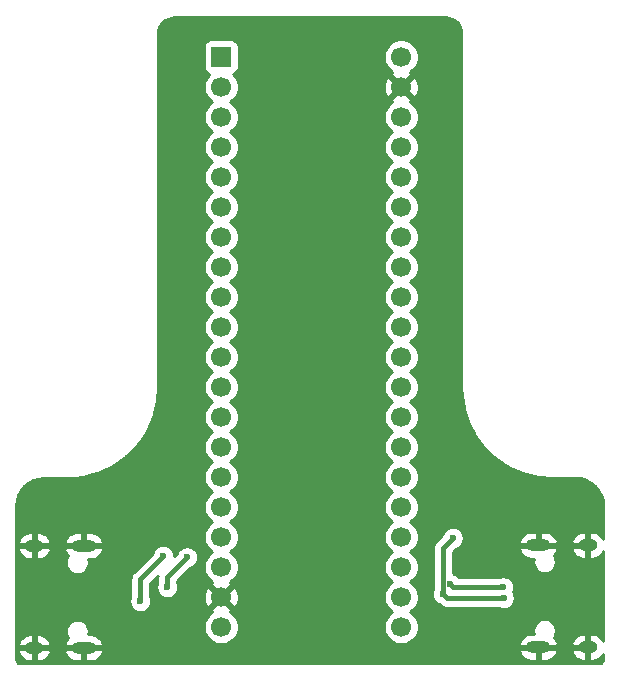
<source format=gbl>
G04 #@! TF.GenerationSoftware,KiCad,Pcbnew,(5.1.10-1-10_14)*
G04 #@! TF.CreationDate,2021-07-13T22:04:03-07:00*
G04 #@! TF.ProjectId,Synapse,53796e61-7073-4652-9e6b-696361645f70,rev?*
G04 #@! TF.SameCoordinates,Original*
G04 #@! TF.FileFunction,Copper,L2,Bot*
G04 #@! TF.FilePolarity,Positive*
%FSLAX46Y46*%
G04 Gerber Fmt 4.6, Leading zero omitted, Abs format (unit mm)*
G04 Created by KiCad (PCBNEW (5.1.10-1-10_14)) date 2021-07-13 22:04:03*
%MOMM*%
%LPD*%
G01*
G04 APERTURE LIST*
G04 #@! TA.AperFunction,ComponentPad*
%ADD10C,1.700000*%
G04 #@! TD*
G04 #@! TA.AperFunction,ComponentPad*
%ADD11R,1.700000X1.700000*%
G04 #@! TD*
G04 #@! TA.AperFunction,ComponentPad*
%ADD12O,1.600000X1.000000*%
G04 #@! TD*
G04 #@! TA.AperFunction,ComponentPad*
%ADD13O,2.100000X1.000000*%
G04 #@! TD*
G04 #@! TA.AperFunction,ViaPad*
%ADD14C,0.600000*%
G04 #@! TD*
G04 #@! TA.AperFunction,Conductor*
%ADD15C,0.400000*%
G04 #@! TD*
G04 #@! TA.AperFunction,Conductor*
%ADD16C,0.254000*%
G04 #@! TD*
G04 #@! TA.AperFunction,Conductor*
%ADD17C,0.100000*%
G04 #@! TD*
G04 APERTURE END LIST*
D10*
X165240000Y-35000000D03*
D11*
X150000000Y-35000000D03*
D10*
X165240000Y-37540000D03*
X150000000Y-37540000D03*
X165240000Y-40080000D03*
X150000000Y-40080000D03*
X165240000Y-42620000D03*
X150000000Y-42620000D03*
X165240000Y-45160000D03*
X150000000Y-45160000D03*
X165240000Y-47700000D03*
X150000000Y-47700000D03*
X165240000Y-50240000D03*
X150000000Y-50240000D03*
X165240000Y-52780000D03*
X150000000Y-52780000D03*
X165240000Y-55320000D03*
X150000000Y-55320000D03*
X165240000Y-57860000D03*
X150000000Y-57860000D03*
X165240000Y-60400000D03*
X150000000Y-60400000D03*
X165240000Y-62940000D03*
X150000000Y-62940000D03*
X165240000Y-65480000D03*
X150000000Y-65480000D03*
X165240000Y-68020000D03*
X150000000Y-68020000D03*
X165240000Y-70560000D03*
X150000000Y-70560000D03*
X165240000Y-73100000D03*
X150000000Y-73100000D03*
X165240000Y-75640000D03*
X150000000Y-75640000D03*
X165240000Y-78180000D03*
X150000000Y-78180000D03*
X165240000Y-80720000D03*
X150000000Y-80720000D03*
X165240000Y-83260000D03*
X150000000Y-83260000D03*
D12*
X134179600Y-85041200D03*
X134179600Y-76401200D03*
D13*
X138359600Y-76401200D03*
X138359600Y-85041200D03*
X176854400Y-76350400D03*
X176854400Y-84990400D03*
D12*
X181034400Y-84990400D03*
X181034400Y-76350400D03*
D14*
X173888400Y-79908400D03*
X169418000Y-79654400D03*
X143154400Y-81076800D03*
X145084800Y-77266800D03*
X173939200Y-80822800D03*
X168757600Y-80467200D03*
X169621200Y-75742800D03*
X145440400Y-79908400D03*
X147116800Y-77368400D03*
D15*
X169672000Y-79908400D02*
X169418000Y-79654400D01*
X173888400Y-79908400D02*
X169672000Y-79908400D01*
X143154400Y-79197200D02*
X145084800Y-77266800D01*
X143154400Y-81076800D02*
X143154400Y-79197200D01*
X169113200Y-80822800D02*
X168757600Y-80467200D01*
X173939200Y-80822800D02*
X169113200Y-80822800D01*
X168757600Y-76606400D02*
X169621200Y-75742800D01*
X168757600Y-80467200D02*
X168757600Y-76606400D01*
X145440400Y-79044800D02*
X147116800Y-77368400D01*
X145440400Y-79908400D02*
X145440400Y-79044800D01*
D16*
X169260818Y-31682760D02*
X169511708Y-31758508D01*
X169743101Y-31881542D01*
X169946190Y-32047177D01*
X170113244Y-32249111D01*
X170237889Y-32479637D01*
X170315386Y-32729990D01*
X170345950Y-33020780D01*
X170345951Y-63032125D01*
X170347350Y-63046332D01*
X170373209Y-63638619D01*
X170376731Y-63668375D01*
X170378561Y-63698290D01*
X170381092Y-63715224D01*
X170547866Y-64739252D01*
X170557185Y-64778068D01*
X170565490Y-64817140D01*
X170570496Y-64833514D01*
X170886798Y-65821642D01*
X170901762Y-65858678D01*
X170915742Y-65896070D01*
X170923113Y-65911525D01*
X171381996Y-66842047D01*
X171402255Y-66876440D01*
X171421623Y-66911380D01*
X171431198Y-66925575D01*
X172022579Y-67778049D01*
X172047719Y-67809094D01*
X172072020Y-67840763D01*
X172083587Y-67853387D01*
X172794478Y-68609085D01*
X172823911Y-68636055D01*
X172852644Y-68663802D01*
X172865950Y-68674577D01*
X173680731Y-69316899D01*
X173713829Y-69339224D01*
X173746346Y-69362418D01*
X173761095Y-69371106D01*
X173761100Y-69371109D01*
X173761105Y-69371111D01*
X174661871Y-69885942D01*
X174697898Y-69903126D01*
X174733494Y-69921263D01*
X174749363Y-69927674D01*
X174749369Y-69927677D01*
X174749374Y-69927678D01*
X175716346Y-70303713D01*
X175754515Y-70315383D01*
X175792401Y-70328059D01*
X175809051Y-70332056D01*
X176820987Y-70561034D01*
X176860488Y-70566938D01*
X176899806Y-70573870D01*
X176916849Y-70575361D01*
X176916864Y-70575363D01*
X176916876Y-70575363D01*
X177943708Y-70651670D01*
X177967875Y-70654050D01*
X179968015Y-70654050D01*
X180455052Y-70701805D01*
X180892779Y-70833962D01*
X181296493Y-71048620D01*
X181650827Y-71337608D01*
X181942279Y-71689913D01*
X182159752Y-72092122D01*
X182294962Y-72528910D01*
X182345951Y-73014036D01*
X182345951Y-75821226D01*
X182226769Y-75637636D01*
X182070569Y-75477239D01*
X181886078Y-75350397D01*
X181680387Y-75261985D01*
X181461400Y-75215400D01*
X181161400Y-75215400D01*
X181161400Y-76223400D01*
X181181400Y-76223400D01*
X181181400Y-76477400D01*
X181161400Y-76477400D01*
X181161400Y-77485400D01*
X181461400Y-77485400D01*
X181680387Y-77438815D01*
X181886078Y-77350403D01*
X182070569Y-77223561D01*
X182226769Y-77063164D01*
X182345951Y-76879574D01*
X182345950Y-84461225D01*
X182226769Y-84277636D01*
X182070569Y-84117239D01*
X181886078Y-83990397D01*
X181680387Y-83901985D01*
X181461400Y-83855400D01*
X181161400Y-83855400D01*
X181161400Y-84863400D01*
X181181400Y-84863400D01*
X181181400Y-85117400D01*
X181161400Y-85117400D01*
X181161400Y-86125400D01*
X181461400Y-86125400D01*
X181680387Y-86078815D01*
X181886078Y-85990403D01*
X182070569Y-85863561D01*
X182226769Y-85703164D01*
X182345950Y-85519575D01*
X182345950Y-85968016D01*
X182336285Y-86066583D01*
X182316946Y-86130637D01*
X182285536Y-86189711D01*
X182243250Y-86241559D01*
X182191702Y-86284204D01*
X182132845Y-86316027D01*
X182068933Y-86335811D01*
X181972473Y-86345950D01*
X133031984Y-86345950D01*
X132933417Y-86336285D01*
X132869363Y-86316946D01*
X132810289Y-86285536D01*
X132758441Y-86243250D01*
X132715796Y-86191702D01*
X132683973Y-86132845D01*
X132664189Y-86068933D01*
X132654050Y-85972473D01*
X132654050Y-85343074D01*
X132785481Y-85343074D01*
X132865324Y-85566176D01*
X132987231Y-85753964D01*
X133143431Y-85914361D01*
X133327922Y-86041203D01*
X133533613Y-86129615D01*
X133752600Y-86176200D01*
X134052600Y-86176200D01*
X134052600Y-85168200D01*
X134306600Y-85168200D01*
X134306600Y-86176200D01*
X134606600Y-86176200D01*
X134825587Y-86129615D01*
X135031278Y-86041203D01*
X135215769Y-85914361D01*
X135371969Y-85753964D01*
X135493876Y-85566176D01*
X135573719Y-85343074D01*
X136715481Y-85343074D01*
X136795324Y-85566176D01*
X136917231Y-85753964D01*
X137073431Y-85914361D01*
X137257922Y-86041203D01*
X137463613Y-86129615D01*
X137682600Y-86176200D01*
X138232600Y-86176200D01*
X138232600Y-85168200D01*
X138486600Y-85168200D01*
X138486600Y-86176200D01*
X139036600Y-86176200D01*
X139255587Y-86129615D01*
X139461278Y-86041203D01*
X139645769Y-85914361D01*
X139801969Y-85753964D01*
X139923876Y-85566176D01*
X140003719Y-85343074D01*
X139967069Y-85292274D01*
X175210281Y-85292274D01*
X175290124Y-85515376D01*
X175412031Y-85703164D01*
X175568231Y-85863561D01*
X175752722Y-85990403D01*
X175958413Y-86078815D01*
X176177400Y-86125400D01*
X176727400Y-86125400D01*
X176727400Y-85117400D01*
X176981400Y-85117400D01*
X176981400Y-86125400D01*
X177531400Y-86125400D01*
X177750387Y-86078815D01*
X177956078Y-85990403D01*
X178140569Y-85863561D01*
X178296769Y-85703164D01*
X178418676Y-85515376D01*
X178498519Y-85292274D01*
X179640281Y-85292274D01*
X179720124Y-85515376D01*
X179842031Y-85703164D01*
X179998231Y-85863561D01*
X180182722Y-85990403D01*
X180388413Y-86078815D01*
X180607400Y-86125400D01*
X180907400Y-86125400D01*
X180907400Y-85117400D01*
X179766446Y-85117400D01*
X179640281Y-85292274D01*
X178498519Y-85292274D01*
X178372354Y-85117400D01*
X176981400Y-85117400D01*
X176727400Y-85117400D01*
X175336446Y-85117400D01*
X175210281Y-85292274D01*
X139967069Y-85292274D01*
X139877554Y-85168200D01*
X138486600Y-85168200D01*
X138232600Y-85168200D01*
X136841646Y-85168200D01*
X136715481Y-85343074D01*
X135573719Y-85343074D01*
X135447554Y-85168200D01*
X134306600Y-85168200D01*
X134052600Y-85168200D01*
X132911646Y-85168200D01*
X132785481Y-85343074D01*
X132654050Y-85343074D01*
X132654050Y-84739326D01*
X132785481Y-84739326D01*
X132911646Y-84914200D01*
X134052600Y-84914200D01*
X134052600Y-83906200D01*
X134306600Y-83906200D01*
X134306600Y-84914200D01*
X135447554Y-84914200D01*
X135573719Y-84739326D01*
X136715481Y-84739326D01*
X136841646Y-84914200D01*
X138232600Y-84914200D01*
X138232600Y-84894200D01*
X138486600Y-84894200D01*
X138486600Y-84914200D01*
X139877554Y-84914200D01*
X140003719Y-84739326D01*
X139923876Y-84516224D01*
X139801969Y-84328436D01*
X139645769Y-84168039D01*
X139461278Y-84041197D01*
X139255587Y-83952785D01*
X139036600Y-83906200D01*
X138746504Y-83906200D01*
X138752708Y-83891222D01*
X138789600Y-83705752D01*
X138789600Y-83516648D01*
X138752708Y-83331178D01*
X138680341Y-83156469D01*
X138651791Y-83113740D01*
X148515000Y-83113740D01*
X148515000Y-83406260D01*
X148572068Y-83693158D01*
X148684010Y-83963411D01*
X148846525Y-84206632D01*
X149053368Y-84413475D01*
X149296589Y-84575990D01*
X149566842Y-84687932D01*
X149853740Y-84745000D01*
X150146260Y-84745000D01*
X150433158Y-84687932D01*
X150703411Y-84575990D01*
X150946632Y-84413475D01*
X151153475Y-84206632D01*
X151315990Y-83963411D01*
X151427932Y-83693158D01*
X151485000Y-83406260D01*
X151485000Y-83113740D01*
X151427932Y-82826842D01*
X151315990Y-82556589D01*
X151153475Y-82313368D01*
X150946632Y-82106525D01*
X150773271Y-81990689D01*
X150848792Y-81748397D01*
X150000000Y-80899605D01*
X149151208Y-81748397D01*
X149226729Y-81990689D01*
X149053368Y-82106525D01*
X148846525Y-82313368D01*
X148684010Y-82556589D01*
X148572068Y-82826842D01*
X148515000Y-83113740D01*
X138651791Y-83113740D01*
X138575281Y-82999236D01*
X138441564Y-82865519D01*
X138284331Y-82760459D01*
X138109622Y-82688092D01*
X137924152Y-82651200D01*
X137735048Y-82651200D01*
X137549578Y-82688092D01*
X137374869Y-82760459D01*
X137217636Y-82865519D01*
X137083919Y-82999236D01*
X136978859Y-83156469D01*
X136906492Y-83331178D01*
X136869600Y-83516648D01*
X136869600Y-83705752D01*
X136906492Y-83891222D01*
X136978859Y-84065931D01*
X137057806Y-84184084D01*
X136917231Y-84328436D01*
X136795324Y-84516224D01*
X136715481Y-84739326D01*
X135573719Y-84739326D01*
X135493876Y-84516224D01*
X135371969Y-84328436D01*
X135215769Y-84168039D01*
X135031278Y-84041197D01*
X134825587Y-83952785D01*
X134606600Y-83906200D01*
X134306600Y-83906200D01*
X134052600Y-83906200D01*
X133752600Y-83906200D01*
X133533613Y-83952785D01*
X133327922Y-84041197D01*
X133143431Y-84168039D01*
X132987231Y-84328436D01*
X132865324Y-84516224D01*
X132785481Y-84739326D01*
X132654050Y-84739326D01*
X132654050Y-80984711D01*
X142219400Y-80984711D01*
X142219400Y-81168889D01*
X142255332Y-81349529D01*
X142325814Y-81519689D01*
X142428138Y-81672828D01*
X142558372Y-81803062D01*
X142711511Y-81905386D01*
X142881671Y-81975868D01*
X143062311Y-82011800D01*
X143246489Y-82011800D01*
X143427129Y-81975868D01*
X143597289Y-81905386D01*
X143750428Y-81803062D01*
X143880662Y-81672828D01*
X143982986Y-81519689D01*
X144053468Y-81349529D01*
X144089400Y-81168889D01*
X144089400Y-80984711D01*
X144053468Y-80804071D01*
X143989400Y-80649396D01*
X143989400Y-79543067D01*
X144613781Y-78918687D01*
X144601360Y-79044800D01*
X144605400Y-79085818D01*
X144605400Y-79480996D01*
X144541332Y-79635671D01*
X144505400Y-79816311D01*
X144505400Y-80000489D01*
X144541332Y-80181129D01*
X144611814Y-80351289D01*
X144714138Y-80504428D01*
X144844372Y-80634662D01*
X144997511Y-80736986D01*
X145167671Y-80807468D01*
X145348311Y-80843400D01*
X145532489Y-80843400D01*
X145713129Y-80807468D01*
X145758847Y-80788531D01*
X148509389Y-80788531D01*
X148551401Y-81078019D01*
X148649081Y-81353747D01*
X148722528Y-81491157D01*
X148971603Y-81568792D01*
X149820395Y-80720000D01*
X150179605Y-80720000D01*
X151028397Y-81568792D01*
X151277472Y-81491157D01*
X151403371Y-81227117D01*
X151475339Y-80943589D01*
X151490611Y-80651469D01*
X151448599Y-80361981D01*
X151350919Y-80086253D01*
X151277472Y-79948843D01*
X151028397Y-79871208D01*
X150179605Y-80720000D01*
X149820395Y-80720000D01*
X148971603Y-79871208D01*
X148722528Y-79948843D01*
X148596629Y-80212883D01*
X148524661Y-80496411D01*
X148509389Y-80788531D01*
X145758847Y-80788531D01*
X145883289Y-80736986D01*
X146036428Y-80634662D01*
X146166662Y-80504428D01*
X146268986Y-80351289D01*
X146339468Y-80181129D01*
X146375400Y-80000489D01*
X146375400Y-79816311D01*
X146339468Y-79635671D01*
X146275400Y-79480996D01*
X146275400Y-79390667D01*
X147405015Y-78261053D01*
X147559689Y-78196986D01*
X147712828Y-78094662D01*
X147843062Y-77964428D01*
X147945386Y-77811289D01*
X148015868Y-77641129D01*
X148051800Y-77460489D01*
X148051800Y-77276311D01*
X148015868Y-77095671D01*
X147945386Y-76925511D01*
X147843062Y-76772372D01*
X147712828Y-76642138D01*
X147559689Y-76539814D01*
X147389529Y-76469332D01*
X147208889Y-76433400D01*
X147024711Y-76433400D01*
X146844071Y-76469332D01*
X146673911Y-76539814D01*
X146520772Y-76642138D01*
X146390538Y-76772372D01*
X146288214Y-76925511D01*
X146224147Y-77080185D01*
X146019800Y-77284532D01*
X146019800Y-77174711D01*
X145983868Y-76994071D01*
X145913386Y-76823911D01*
X145811062Y-76670772D01*
X145680828Y-76540538D01*
X145527689Y-76438214D01*
X145357529Y-76367732D01*
X145176889Y-76331800D01*
X144992711Y-76331800D01*
X144812071Y-76367732D01*
X144641911Y-76438214D01*
X144488772Y-76540538D01*
X144358538Y-76670772D01*
X144256214Y-76823911D01*
X144192147Y-76978585D01*
X142592974Y-78577759D01*
X142561110Y-78603909D01*
X142534962Y-78635771D01*
X142456764Y-78731055D01*
X142379228Y-78876114D01*
X142331482Y-79033512D01*
X142315360Y-79197200D01*
X142319401Y-79238228D01*
X142319400Y-80649395D01*
X142255332Y-80804071D01*
X142219400Y-80984711D01*
X132654050Y-80984711D01*
X132654050Y-76703074D01*
X132785481Y-76703074D01*
X132865324Y-76926176D01*
X132987231Y-77113964D01*
X133143431Y-77274361D01*
X133327922Y-77401203D01*
X133533613Y-77489615D01*
X133752600Y-77536200D01*
X134052600Y-77536200D01*
X134052600Y-76528200D01*
X134306600Y-76528200D01*
X134306600Y-77536200D01*
X134606600Y-77536200D01*
X134825587Y-77489615D01*
X135031278Y-77401203D01*
X135215769Y-77274361D01*
X135371969Y-77113964D01*
X135493876Y-76926176D01*
X135573719Y-76703074D01*
X136715481Y-76703074D01*
X136795324Y-76926176D01*
X136917231Y-77113964D01*
X137057806Y-77258316D01*
X136978859Y-77376469D01*
X136906492Y-77551178D01*
X136869600Y-77736648D01*
X136869600Y-77925752D01*
X136906492Y-78111222D01*
X136978859Y-78285931D01*
X137083919Y-78443164D01*
X137217636Y-78576881D01*
X137374869Y-78681941D01*
X137549578Y-78754308D01*
X137735048Y-78791200D01*
X137924152Y-78791200D01*
X138109622Y-78754308D01*
X138284331Y-78681941D01*
X138441564Y-78576881D01*
X138575281Y-78443164D01*
X138680341Y-78285931D01*
X138752708Y-78111222D01*
X138789600Y-77925752D01*
X138789600Y-77736648D01*
X138752708Y-77551178D01*
X138746504Y-77536200D01*
X139036600Y-77536200D01*
X139255587Y-77489615D01*
X139461278Y-77401203D01*
X139645769Y-77274361D01*
X139801969Y-77113964D01*
X139923876Y-76926176D01*
X140003719Y-76703074D01*
X139877554Y-76528200D01*
X138486600Y-76528200D01*
X138486600Y-76548200D01*
X138232600Y-76548200D01*
X138232600Y-76528200D01*
X136841646Y-76528200D01*
X136715481Y-76703074D01*
X135573719Y-76703074D01*
X135447554Y-76528200D01*
X134306600Y-76528200D01*
X134052600Y-76528200D01*
X132911646Y-76528200D01*
X132785481Y-76703074D01*
X132654050Y-76703074D01*
X132654050Y-76099326D01*
X132785481Y-76099326D01*
X132911646Y-76274200D01*
X134052600Y-76274200D01*
X134052600Y-75266200D01*
X134306600Y-75266200D01*
X134306600Y-76274200D01*
X135447554Y-76274200D01*
X135573719Y-76099326D01*
X136715481Y-76099326D01*
X136841646Y-76274200D01*
X138232600Y-76274200D01*
X138232600Y-75266200D01*
X138486600Y-75266200D01*
X138486600Y-76274200D01*
X139877554Y-76274200D01*
X140003719Y-76099326D01*
X139923876Y-75876224D01*
X139801969Y-75688436D01*
X139645769Y-75528039D01*
X139461278Y-75401197D01*
X139255587Y-75312785D01*
X139036600Y-75266200D01*
X138486600Y-75266200D01*
X138232600Y-75266200D01*
X137682600Y-75266200D01*
X137463613Y-75312785D01*
X137257922Y-75401197D01*
X137073431Y-75528039D01*
X136917231Y-75688436D01*
X136795324Y-75876224D01*
X136715481Y-76099326D01*
X135573719Y-76099326D01*
X135493876Y-75876224D01*
X135371969Y-75688436D01*
X135215769Y-75528039D01*
X135031278Y-75401197D01*
X134825587Y-75312785D01*
X134606600Y-75266200D01*
X134306600Y-75266200D01*
X134052600Y-75266200D01*
X133752600Y-75266200D01*
X133533613Y-75312785D01*
X133327922Y-75401197D01*
X133143431Y-75528039D01*
X132987231Y-75688436D01*
X132865324Y-75876224D01*
X132785481Y-76099326D01*
X132654050Y-76099326D01*
X132654050Y-73031985D01*
X132701805Y-72544948D01*
X132833962Y-72107221D01*
X133048620Y-71703507D01*
X133337608Y-71349173D01*
X133689913Y-71057721D01*
X134092122Y-70840248D01*
X134528910Y-70705038D01*
X135014027Y-70654050D01*
X137032125Y-70654050D01*
X137046351Y-70652649D01*
X137638619Y-70626791D01*
X137668375Y-70623269D01*
X137698290Y-70621439D01*
X137715224Y-70618908D01*
X138739252Y-70452134D01*
X138778068Y-70442815D01*
X138817140Y-70434510D01*
X138833514Y-70429504D01*
X139821642Y-70113202D01*
X139858678Y-70098238D01*
X139896070Y-70084258D01*
X139911525Y-70076887D01*
X140842047Y-69618004D01*
X140876440Y-69597745D01*
X140911380Y-69578377D01*
X140925575Y-69568802D01*
X141778049Y-68977421D01*
X141809094Y-68952281D01*
X141840763Y-68927980D01*
X141853387Y-68916413D01*
X142609085Y-68205522D01*
X142636055Y-68176089D01*
X142663802Y-68147356D01*
X142674577Y-68134050D01*
X143316899Y-67319269D01*
X143339224Y-67286171D01*
X143362418Y-67253654D01*
X143371108Y-67238901D01*
X143885942Y-66338129D01*
X143903126Y-66302102D01*
X143921263Y-66266506D01*
X143927677Y-66250630D01*
X144303713Y-65283654D01*
X144315383Y-65245485D01*
X144328059Y-65207599D01*
X144332056Y-65190949D01*
X144561034Y-64179013D01*
X144566938Y-64139512D01*
X144573870Y-64100194D01*
X144575361Y-64083151D01*
X144575363Y-64083136D01*
X144575363Y-64083124D01*
X144651670Y-63056292D01*
X144654050Y-63032125D01*
X144654050Y-34150000D01*
X148511928Y-34150000D01*
X148511928Y-35850000D01*
X148524188Y-35974482D01*
X148560498Y-36094180D01*
X148619463Y-36204494D01*
X148698815Y-36301185D01*
X148795506Y-36380537D01*
X148905820Y-36439502D01*
X148978380Y-36461513D01*
X148846525Y-36593368D01*
X148684010Y-36836589D01*
X148572068Y-37106842D01*
X148515000Y-37393740D01*
X148515000Y-37686260D01*
X148572068Y-37973158D01*
X148684010Y-38243411D01*
X148846525Y-38486632D01*
X149053368Y-38693475D01*
X149227760Y-38810000D01*
X149053368Y-38926525D01*
X148846525Y-39133368D01*
X148684010Y-39376589D01*
X148572068Y-39646842D01*
X148515000Y-39933740D01*
X148515000Y-40226260D01*
X148572068Y-40513158D01*
X148684010Y-40783411D01*
X148846525Y-41026632D01*
X149053368Y-41233475D01*
X149227760Y-41350000D01*
X149053368Y-41466525D01*
X148846525Y-41673368D01*
X148684010Y-41916589D01*
X148572068Y-42186842D01*
X148515000Y-42473740D01*
X148515000Y-42766260D01*
X148572068Y-43053158D01*
X148684010Y-43323411D01*
X148846525Y-43566632D01*
X149053368Y-43773475D01*
X149227760Y-43890000D01*
X149053368Y-44006525D01*
X148846525Y-44213368D01*
X148684010Y-44456589D01*
X148572068Y-44726842D01*
X148515000Y-45013740D01*
X148515000Y-45306260D01*
X148572068Y-45593158D01*
X148684010Y-45863411D01*
X148846525Y-46106632D01*
X149053368Y-46313475D01*
X149227760Y-46430000D01*
X149053368Y-46546525D01*
X148846525Y-46753368D01*
X148684010Y-46996589D01*
X148572068Y-47266842D01*
X148515000Y-47553740D01*
X148515000Y-47846260D01*
X148572068Y-48133158D01*
X148684010Y-48403411D01*
X148846525Y-48646632D01*
X149053368Y-48853475D01*
X149227760Y-48970000D01*
X149053368Y-49086525D01*
X148846525Y-49293368D01*
X148684010Y-49536589D01*
X148572068Y-49806842D01*
X148515000Y-50093740D01*
X148515000Y-50386260D01*
X148572068Y-50673158D01*
X148684010Y-50943411D01*
X148846525Y-51186632D01*
X149053368Y-51393475D01*
X149227760Y-51510000D01*
X149053368Y-51626525D01*
X148846525Y-51833368D01*
X148684010Y-52076589D01*
X148572068Y-52346842D01*
X148515000Y-52633740D01*
X148515000Y-52926260D01*
X148572068Y-53213158D01*
X148684010Y-53483411D01*
X148846525Y-53726632D01*
X149053368Y-53933475D01*
X149227760Y-54050000D01*
X149053368Y-54166525D01*
X148846525Y-54373368D01*
X148684010Y-54616589D01*
X148572068Y-54886842D01*
X148515000Y-55173740D01*
X148515000Y-55466260D01*
X148572068Y-55753158D01*
X148684010Y-56023411D01*
X148846525Y-56266632D01*
X149053368Y-56473475D01*
X149227760Y-56590000D01*
X149053368Y-56706525D01*
X148846525Y-56913368D01*
X148684010Y-57156589D01*
X148572068Y-57426842D01*
X148515000Y-57713740D01*
X148515000Y-58006260D01*
X148572068Y-58293158D01*
X148684010Y-58563411D01*
X148846525Y-58806632D01*
X149053368Y-59013475D01*
X149227760Y-59130000D01*
X149053368Y-59246525D01*
X148846525Y-59453368D01*
X148684010Y-59696589D01*
X148572068Y-59966842D01*
X148515000Y-60253740D01*
X148515000Y-60546260D01*
X148572068Y-60833158D01*
X148684010Y-61103411D01*
X148846525Y-61346632D01*
X149053368Y-61553475D01*
X149227760Y-61670000D01*
X149053368Y-61786525D01*
X148846525Y-61993368D01*
X148684010Y-62236589D01*
X148572068Y-62506842D01*
X148515000Y-62793740D01*
X148515000Y-63086260D01*
X148572068Y-63373158D01*
X148684010Y-63643411D01*
X148846525Y-63886632D01*
X149053368Y-64093475D01*
X149227760Y-64210000D01*
X149053368Y-64326525D01*
X148846525Y-64533368D01*
X148684010Y-64776589D01*
X148572068Y-65046842D01*
X148515000Y-65333740D01*
X148515000Y-65626260D01*
X148572068Y-65913158D01*
X148684010Y-66183411D01*
X148846525Y-66426632D01*
X149053368Y-66633475D01*
X149227760Y-66750000D01*
X149053368Y-66866525D01*
X148846525Y-67073368D01*
X148684010Y-67316589D01*
X148572068Y-67586842D01*
X148515000Y-67873740D01*
X148515000Y-68166260D01*
X148572068Y-68453158D01*
X148684010Y-68723411D01*
X148846525Y-68966632D01*
X149053368Y-69173475D01*
X149227760Y-69290000D01*
X149053368Y-69406525D01*
X148846525Y-69613368D01*
X148684010Y-69856589D01*
X148572068Y-70126842D01*
X148515000Y-70413740D01*
X148515000Y-70706260D01*
X148572068Y-70993158D01*
X148684010Y-71263411D01*
X148846525Y-71506632D01*
X149053368Y-71713475D01*
X149227760Y-71830000D01*
X149053368Y-71946525D01*
X148846525Y-72153368D01*
X148684010Y-72396589D01*
X148572068Y-72666842D01*
X148515000Y-72953740D01*
X148515000Y-73246260D01*
X148572068Y-73533158D01*
X148684010Y-73803411D01*
X148846525Y-74046632D01*
X149053368Y-74253475D01*
X149227760Y-74370000D01*
X149053368Y-74486525D01*
X148846525Y-74693368D01*
X148684010Y-74936589D01*
X148572068Y-75206842D01*
X148515000Y-75493740D01*
X148515000Y-75786260D01*
X148572068Y-76073158D01*
X148684010Y-76343411D01*
X148846525Y-76586632D01*
X149053368Y-76793475D01*
X149227760Y-76910000D01*
X149053368Y-77026525D01*
X148846525Y-77233368D01*
X148684010Y-77476589D01*
X148572068Y-77746842D01*
X148515000Y-78033740D01*
X148515000Y-78326260D01*
X148572068Y-78613158D01*
X148684010Y-78883411D01*
X148846525Y-79126632D01*
X149053368Y-79333475D01*
X149226729Y-79449311D01*
X149151208Y-79691603D01*
X150000000Y-80540395D01*
X150848792Y-79691603D01*
X150773271Y-79449311D01*
X150946632Y-79333475D01*
X151153475Y-79126632D01*
X151315990Y-78883411D01*
X151427932Y-78613158D01*
X151485000Y-78326260D01*
X151485000Y-78033740D01*
X151427932Y-77746842D01*
X151315990Y-77476589D01*
X151153475Y-77233368D01*
X150946632Y-77026525D01*
X150772240Y-76910000D01*
X150946632Y-76793475D01*
X151153475Y-76586632D01*
X151315990Y-76343411D01*
X151427932Y-76073158D01*
X151485000Y-75786260D01*
X151485000Y-75493740D01*
X151427932Y-75206842D01*
X151315990Y-74936589D01*
X151153475Y-74693368D01*
X150946632Y-74486525D01*
X150772240Y-74370000D01*
X150946632Y-74253475D01*
X151153475Y-74046632D01*
X151315990Y-73803411D01*
X151427932Y-73533158D01*
X151485000Y-73246260D01*
X151485000Y-72953740D01*
X151427932Y-72666842D01*
X151315990Y-72396589D01*
X151153475Y-72153368D01*
X150946632Y-71946525D01*
X150772240Y-71830000D01*
X150946632Y-71713475D01*
X151153475Y-71506632D01*
X151315990Y-71263411D01*
X151427932Y-70993158D01*
X151485000Y-70706260D01*
X151485000Y-70413740D01*
X151427932Y-70126842D01*
X151315990Y-69856589D01*
X151153475Y-69613368D01*
X150946632Y-69406525D01*
X150772240Y-69290000D01*
X150946632Y-69173475D01*
X151153475Y-68966632D01*
X151315990Y-68723411D01*
X151427932Y-68453158D01*
X151485000Y-68166260D01*
X151485000Y-67873740D01*
X151427932Y-67586842D01*
X151315990Y-67316589D01*
X151153475Y-67073368D01*
X150946632Y-66866525D01*
X150772240Y-66750000D01*
X150946632Y-66633475D01*
X151153475Y-66426632D01*
X151315990Y-66183411D01*
X151427932Y-65913158D01*
X151485000Y-65626260D01*
X151485000Y-65333740D01*
X151427932Y-65046842D01*
X151315990Y-64776589D01*
X151153475Y-64533368D01*
X150946632Y-64326525D01*
X150772240Y-64210000D01*
X150946632Y-64093475D01*
X151153475Y-63886632D01*
X151315990Y-63643411D01*
X151427932Y-63373158D01*
X151485000Y-63086260D01*
X151485000Y-62793740D01*
X151427932Y-62506842D01*
X151315990Y-62236589D01*
X151153475Y-61993368D01*
X150946632Y-61786525D01*
X150772240Y-61670000D01*
X150946632Y-61553475D01*
X151153475Y-61346632D01*
X151315990Y-61103411D01*
X151427932Y-60833158D01*
X151485000Y-60546260D01*
X151485000Y-60253740D01*
X151427932Y-59966842D01*
X151315990Y-59696589D01*
X151153475Y-59453368D01*
X150946632Y-59246525D01*
X150772240Y-59130000D01*
X150946632Y-59013475D01*
X151153475Y-58806632D01*
X151315990Y-58563411D01*
X151427932Y-58293158D01*
X151485000Y-58006260D01*
X151485000Y-57713740D01*
X151427932Y-57426842D01*
X151315990Y-57156589D01*
X151153475Y-56913368D01*
X150946632Y-56706525D01*
X150772240Y-56590000D01*
X150946632Y-56473475D01*
X151153475Y-56266632D01*
X151315990Y-56023411D01*
X151427932Y-55753158D01*
X151485000Y-55466260D01*
X151485000Y-55173740D01*
X151427932Y-54886842D01*
X151315990Y-54616589D01*
X151153475Y-54373368D01*
X150946632Y-54166525D01*
X150772240Y-54050000D01*
X150946632Y-53933475D01*
X151153475Y-53726632D01*
X151315990Y-53483411D01*
X151427932Y-53213158D01*
X151485000Y-52926260D01*
X151485000Y-52633740D01*
X151427932Y-52346842D01*
X151315990Y-52076589D01*
X151153475Y-51833368D01*
X150946632Y-51626525D01*
X150772240Y-51510000D01*
X150946632Y-51393475D01*
X151153475Y-51186632D01*
X151315990Y-50943411D01*
X151427932Y-50673158D01*
X151485000Y-50386260D01*
X151485000Y-50093740D01*
X151427932Y-49806842D01*
X151315990Y-49536589D01*
X151153475Y-49293368D01*
X150946632Y-49086525D01*
X150772240Y-48970000D01*
X150946632Y-48853475D01*
X151153475Y-48646632D01*
X151315990Y-48403411D01*
X151427932Y-48133158D01*
X151485000Y-47846260D01*
X151485000Y-47553740D01*
X151427932Y-47266842D01*
X151315990Y-46996589D01*
X151153475Y-46753368D01*
X150946632Y-46546525D01*
X150772240Y-46430000D01*
X150946632Y-46313475D01*
X151153475Y-46106632D01*
X151315990Y-45863411D01*
X151427932Y-45593158D01*
X151485000Y-45306260D01*
X151485000Y-45013740D01*
X151427932Y-44726842D01*
X151315990Y-44456589D01*
X151153475Y-44213368D01*
X150946632Y-44006525D01*
X150772240Y-43890000D01*
X150946632Y-43773475D01*
X151153475Y-43566632D01*
X151315990Y-43323411D01*
X151427932Y-43053158D01*
X151485000Y-42766260D01*
X151485000Y-42473740D01*
X151427932Y-42186842D01*
X151315990Y-41916589D01*
X151153475Y-41673368D01*
X150946632Y-41466525D01*
X150772240Y-41350000D01*
X150946632Y-41233475D01*
X151153475Y-41026632D01*
X151315990Y-40783411D01*
X151427932Y-40513158D01*
X151485000Y-40226260D01*
X151485000Y-39933740D01*
X163755000Y-39933740D01*
X163755000Y-40226260D01*
X163812068Y-40513158D01*
X163924010Y-40783411D01*
X164086525Y-41026632D01*
X164293368Y-41233475D01*
X164467760Y-41350000D01*
X164293368Y-41466525D01*
X164086525Y-41673368D01*
X163924010Y-41916589D01*
X163812068Y-42186842D01*
X163755000Y-42473740D01*
X163755000Y-42766260D01*
X163812068Y-43053158D01*
X163924010Y-43323411D01*
X164086525Y-43566632D01*
X164293368Y-43773475D01*
X164467760Y-43890000D01*
X164293368Y-44006525D01*
X164086525Y-44213368D01*
X163924010Y-44456589D01*
X163812068Y-44726842D01*
X163755000Y-45013740D01*
X163755000Y-45306260D01*
X163812068Y-45593158D01*
X163924010Y-45863411D01*
X164086525Y-46106632D01*
X164293368Y-46313475D01*
X164467760Y-46430000D01*
X164293368Y-46546525D01*
X164086525Y-46753368D01*
X163924010Y-46996589D01*
X163812068Y-47266842D01*
X163755000Y-47553740D01*
X163755000Y-47846260D01*
X163812068Y-48133158D01*
X163924010Y-48403411D01*
X164086525Y-48646632D01*
X164293368Y-48853475D01*
X164467760Y-48970000D01*
X164293368Y-49086525D01*
X164086525Y-49293368D01*
X163924010Y-49536589D01*
X163812068Y-49806842D01*
X163755000Y-50093740D01*
X163755000Y-50386260D01*
X163812068Y-50673158D01*
X163924010Y-50943411D01*
X164086525Y-51186632D01*
X164293368Y-51393475D01*
X164467760Y-51510000D01*
X164293368Y-51626525D01*
X164086525Y-51833368D01*
X163924010Y-52076589D01*
X163812068Y-52346842D01*
X163755000Y-52633740D01*
X163755000Y-52926260D01*
X163812068Y-53213158D01*
X163924010Y-53483411D01*
X164086525Y-53726632D01*
X164293368Y-53933475D01*
X164467760Y-54050000D01*
X164293368Y-54166525D01*
X164086525Y-54373368D01*
X163924010Y-54616589D01*
X163812068Y-54886842D01*
X163755000Y-55173740D01*
X163755000Y-55466260D01*
X163812068Y-55753158D01*
X163924010Y-56023411D01*
X164086525Y-56266632D01*
X164293368Y-56473475D01*
X164467760Y-56590000D01*
X164293368Y-56706525D01*
X164086525Y-56913368D01*
X163924010Y-57156589D01*
X163812068Y-57426842D01*
X163755000Y-57713740D01*
X163755000Y-58006260D01*
X163812068Y-58293158D01*
X163924010Y-58563411D01*
X164086525Y-58806632D01*
X164293368Y-59013475D01*
X164467760Y-59130000D01*
X164293368Y-59246525D01*
X164086525Y-59453368D01*
X163924010Y-59696589D01*
X163812068Y-59966842D01*
X163755000Y-60253740D01*
X163755000Y-60546260D01*
X163812068Y-60833158D01*
X163924010Y-61103411D01*
X164086525Y-61346632D01*
X164293368Y-61553475D01*
X164467760Y-61670000D01*
X164293368Y-61786525D01*
X164086525Y-61993368D01*
X163924010Y-62236589D01*
X163812068Y-62506842D01*
X163755000Y-62793740D01*
X163755000Y-63086260D01*
X163812068Y-63373158D01*
X163924010Y-63643411D01*
X164086525Y-63886632D01*
X164293368Y-64093475D01*
X164467760Y-64210000D01*
X164293368Y-64326525D01*
X164086525Y-64533368D01*
X163924010Y-64776589D01*
X163812068Y-65046842D01*
X163755000Y-65333740D01*
X163755000Y-65626260D01*
X163812068Y-65913158D01*
X163924010Y-66183411D01*
X164086525Y-66426632D01*
X164293368Y-66633475D01*
X164467760Y-66750000D01*
X164293368Y-66866525D01*
X164086525Y-67073368D01*
X163924010Y-67316589D01*
X163812068Y-67586842D01*
X163755000Y-67873740D01*
X163755000Y-68166260D01*
X163812068Y-68453158D01*
X163924010Y-68723411D01*
X164086525Y-68966632D01*
X164293368Y-69173475D01*
X164467760Y-69290000D01*
X164293368Y-69406525D01*
X164086525Y-69613368D01*
X163924010Y-69856589D01*
X163812068Y-70126842D01*
X163755000Y-70413740D01*
X163755000Y-70706260D01*
X163812068Y-70993158D01*
X163924010Y-71263411D01*
X164086525Y-71506632D01*
X164293368Y-71713475D01*
X164467760Y-71830000D01*
X164293368Y-71946525D01*
X164086525Y-72153368D01*
X163924010Y-72396589D01*
X163812068Y-72666842D01*
X163755000Y-72953740D01*
X163755000Y-73246260D01*
X163812068Y-73533158D01*
X163924010Y-73803411D01*
X164086525Y-74046632D01*
X164293368Y-74253475D01*
X164467760Y-74370000D01*
X164293368Y-74486525D01*
X164086525Y-74693368D01*
X163924010Y-74936589D01*
X163812068Y-75206842D01*
X163755000Y-75493740D01*
X163755000Y-75786260D01*
X163812068Y-76073158D01*
X163924010Y-76343411D01*
X164086525Y-76586632D01*
X164293368Y-76793475D01*
X164467760Y-76910000D01*
X164293368Y-77026525D01*
X164086525Y-77233368D01*
X163924010Y-77476589D01*
X163812068Y-77746842D01*
X163755000Y-78033740D01*
X163755000Y-78326260D01*
X163812068Y-78613158D01*
X163924010Y-78883411D01*
X164086525Y-79126632D01*
X164293368Y-79333475D01*
X164467760Y-79450000D01*
X164293368Y-79566525D01*
X164086525Y-79773368D01*
X163924010Y-80016589D01*
X163812068Y-80286842D01*
X163755000Y-80573740D01*
X163755000Y-80866260D01*
X163812068Y-81153158D01*
X163924010Y-81423411D01*
X164086525Y-81666632D01*
X164293368Y-81873475D01*
X164467760Y-81990000D01*
X164293368Y-82106525D01*
X164086525Y-82313368D01*
X163924010Y-82556589D01*
X163812068Y-82826842D01*
X163755000Y-83113740D01*
X163755000Y-83406260D01*
X163812068Y-83693158D01*
X163924010Y-83963411D01*
X164086525Y-84206632D01*
X164293368Y-84413475D01*
X164536589Y-84575990D01*
X164806842Y-84687932D01*
X165093740Y-84745000D01*
X165386260Y-84745000D01*
X165670171Y-84688526D01*
X175210281Y-84688526D01*
X175336446Y-84863400D01*
X176727400Y-84863400D01*
X176727400Y-84843400D01*
X176981400Y-84843400D01*
X176981400Y-84863400D01*
X178372354Y-84863400D01*
X178498519Y-84688526D01*
X179640281Y-84688526D01*
X179766446Y-84863400D01*
X180907400Y-84863400D01*
X180907400Y-83855400D01*
X180607400Y-83855400D01*
X180388413Y-83901985D01*
X180182722Y-83990397D01*
X179998231Y-84117239D01*
X179842031Y-84277636D01*
X179720124Y-84465424D01*
X179640281Y-84688526D01*
X178498519Y-84688526D01*
X178418676Y-84465424D01*
X178296769Y-84277636D01*
X178156194Y-84133284D01*
X178235141Y-84015131D01*
X178307508Y-83840422D01*
X178344400Y-83654952D01*
X178344400Y-83465848D01*
X178307508Y-83280378D01*
X178235141Y-83105669D01*
X178130081Y-82948436D01*
X177996364Y-82814719D01*
X177839131Y-82709659D01*
X177664422Y-82637292D01*
X177478952Y-82600400D01*
X177289848Y-82600400D01*
X177104378Y-82637292D01*
X176929669Y-82709659D01*
X176772436Y-82814719D01*
X176638719Y-82948436D01*
X176533659Y-83105669D01*
X176461292Y-83280378D01*
X176424400Y-83465848D01*
X176424400Y-83654952D01*
X176461292Y-83840422D01*
X176467496Y-83855400D01*
X176177400Y-83855400D01*
X175958413Y-83901985D01*
X175752722Y-83990397D01*
X175568231Y-84117239D01*
X175412031Y-84277636D01*
X175290124Y-84465424D01*
X175210281Y-84688526D01*
X165670171Y-84688526D01*
X165673158Y-84687932D01*
X165943411Y-84575990D01*
X166186632Y-84413475D01*
X166393475Y-84206632D01*
X166555990Y-83963411D01*
X166667932Y-83693158D01*
X166725000Y-83406260D01*
X166725000Y-83113740D01*
X166667932Y-82826842D01*
X166555990Y-82556589D01*
X166393475Y-82313368D01*
X166186632Y-82106525D01*
X166012240Y-81990000D01*
X166186632Y-81873475D01*
X166393475Y-81666632D01*
X166555990Y-81423411D01*
X166667932Y-81153158D01*
X166725000Y-80866260D01*
X166725000Y-80573740D01*
X166685490Y-80375111D01*
X167822600Y-80375111D01*
X167822600Y-80559289D01*
X167858532Y-80739929D01*
X167929014Y-80910089D01*
X168031338Y-81063228D01*
X168161572Y-81193462D01*
X168314711Y-81295786D01*
X168469388Y-81359855D01*
X168493754Y-81384221D01*
X168519909Y-81416091D01*
X168647054Y-81520436D01*
X168792113Y-81597972D01*
X168949511Y-81645718D01*
X169072181Y-81657800D01*
X169072191Y-81657800D01*
X169113199Y-81661839D01*
X169154207Y-81657800D01*
X173511796Y-81657800D01*
X173666471Y-81721868D01*
X173847111Y-81757800D01*
X174031289Y-81757800D01*
X174211929Y-81721868D01*
X174382089Y-81651386D01*
X174535228Y-81549062D01*
X174665462Y-81418828D01*
X174767786Y-81265689D01*
X174838268Y-81095529D01*
X174874200Y-80914889D01*
X174874200Y-80730711D01*
X174838268Y-80550071D01*
X174767786Y-80379911D01*
X174729108Y-80322025D01*
X174787468Y-80181129D01*
X174823400Y-80000489D01*
X174823400Y-79816311D01*
X174787468Y-79635671D01*
X174716986Y-79465511D01*
X174614662Y-79312372D01*
X174484428Y-79182138D01*
X174331289Y-79079814D01*
X174161129Y-79009332D01*
X173980489Y-78973400D01*
X173796311Y-78973400D01*
X173615671Y-79009332D01*
X173460996Y-79073400D01*
X170154303Y-79073400D01*
X170144262Y-79058372D01*
X170014028Y-78928138D01*
X169860889Y-78825814D01*
X169690729Y-78755332D01*
X169592600Y-78735813D01*
X169592600Y-76952268D01*
X169892594Y-76652274D01*
X175210281Y-76652274D01*
X175290124Y-76875376D01*
X175412031Y-77063164D01*
X175568231Y-77223561D01*
X175752722Y-77350403D01*
X175958413Y-77438815D01*
X176177400Y-77485400D01*
X176467496Y-77485400D01*
X176461292Y-77500378D01*
X176424400Y-77685848D01*
X176424400Y-77874952D01*
X176461292Y-78060422D01*
X176533659Y-78235131D01*
X176638719Y-78392364D01*
X176772436Y-78526081D01*
X176929669Y-78631141D01*
X177104378Y-78703508D01*
X177289848Y-78740400D01*
X177478952Y-78740400D01*
X177664422Y-78703508D01*
X177839131Y-78631141D01*
X177996364Y-78526081D01*
X178130081Y-78392364D01*
X178235141Y-78235131D01*
X178307508Y-78060422D01*
X178344400Y-77874952D01*
X178344400Y-77685848D01*
X178307508Y-77500378D01*
X178235141Y-77325669D01*
X178156194Y-77207516D01*
X178296769Y-77063164D01*
X178418676Y-76875376D01*
X178498519Y-76652274D01*
X179640281Y-76652274D01*
X179720124Y-76875376D01*
X179842031Y-77063164D01*
X179998231Y-77223561D01*
X180182722Y-77350403D01*
X180388413Y-77438815D01*
X180607400Y-77485400D01*
X180907400Y-77485400D01*
X180907400Y-76477400D01*
X179766446Y-76477400D01*
X179640281Y-76652274D01*
X178498519Y-76652274D01*
X178372354Y-76477400D01*
X176981400Y-76477400D01*
X176981400Y-76497400D01*
X176727400Y-76497400D01*
X176727400Y-76477400D01*
X175336446Y-76477400D01*
X175210281Y-76652274D01*
X169892594Y-76652274D01*
X169909415Y-76635454D01*
X170064089Y-76571386D01*
X170217228Y-76469062D01*
X170347462Y-76338828D01*
X170449786Y-76185689D01*
X170506600Y-76048526D01*
X175210281Y-76048526D01*
X175336446Y-76223400D01*
X176727400Y-76223400D01*
X176727400Y-75215400D01*
X176981400Y-75215400D01*
X176981400Y-76223400D01*
X178372354Y-76223400D01*
X178498519Y-76048526D01*
X179640281Y-76048526D01*
X179766446Y-76223400D01*
X180907400Y-76223400D01*
X180907400Y-75215400D01*
X180607400Y-75215400D01*
X180388413Y-75261985D01*
X180182722Y-75350397D01*
X179998231Y-75477239D01*
X179842031Y-75637636D01*
X179720124Y-75825424D01*
X179640281Y-76048526D01*
X178498519Y-76048526D01*
X178418676Y-75825424D01*
X178296769Y-75637636D01*
X178140569Y-75477239D01*
X177956078Y-75350397D01*
X177750387Y-75261985D01*
X177531400Y-75215400D01*
X176981400Y-75215400D01*
X176727400Y-75215400D01*
X176177400Y-75215400D01*
X175958413Y-75261985D01*
X175752722Y-75350397D01*
X175568231Y-75477239D01*
X175412031Y-75637636D01*
X175290124Y-75825424D01*
X175210281Y-76048526D01*
X170506600Y-76048526D01*
X170520268Y-76015529D01*
X170556200Y-75834889D01*
X170556200Y-75650711D01*
X170520268Y-75470071D01*
X170449786Y-75299911D01*
X170347462Y-75146772D01*
X170217228Y-75016538D01*
X170064089Y-74914214D01*
X169893929Y-74843732D01*
X169713289Y-74807800D01*
X169529111Y-74807800D01*
X169348471Y-74843732D01*
X169178311Y-74914214D01*
X169025172Y-75016538D01*
X168894938Y-75146772D01*
X168792614Y-75299911D01*
X168728546Y-75454585D01*
X168196174Y-75986959D01*
X168164310Y-76013109D01*
X168138162Y-76044971D01*
X168059964Y-76140255D01*
X167982428Y-76285314D01*
X167934682Y-76442712D01*
X167918560Y-76606400D01*
X167922601Y-76647428D01*
X167922600Y-80039796D01*
X167858532Y-80194471D01*
X167822600Y-80375111D01*
X166685490Y-80375111D01*
X166667932Y-80286842D01*
X166555990Y-80016589D01*
X166393475Y-79773368D01*
X166186632Y-79566525D01*
X166012240Y-79450000D01*
X166186632Y-79333475D01*
X166393475Y-79126632D01*
X166555990Y-78883411D01*
X166667932Y-78613158D01*
X166725000Y-78326260D01*
X166725000Y-78033740D01*
X166667932Y-77746842D01*
X166555990Y-77476589D01*
X166393475Y-77233368D01*
X166186632Y-77026525D01*
X166012240Y-76910000D01*
X166186632Y-76793475D01*
X166393475Y-76586632D01*
X166555990Y-76343411D01*
X166667932Y-76073158D01*
X166725000Y-75786260D01*
X166725000Y-75493740D01*
X166667932Y-75206842D01*
X166555990Y-74936589D01*
X166393475Y-74693368D01*
X166186632Y-74486525D01*
X166012240Y-74370000D01*
X166186632Y-74253475D01*
X166393475Y-74046632D01*
X166555990Y-73803411D01*
X166667932Y-73533158D01*
X166725000Y-73246260D01*
X166725000Y-72953740D01*
X166667932Y-72666842D01*
X166555990Y-72396589D01*
X166393475Y-72153368D01*
X166186632Y-71946525D01*
X166012240Y-71830000D01*
X166186632Y-71713475D01*
X166393475Y-71506632D01*
X166555990Y-71263411D01*
X166667932Y-70993158D01*
X166725000Y-70706260D01*
X166725000Y-70413740D01*
X166667932Y-70126842D01*
X166555990Y-69856589D01*
X166393475Y-69613368D01*
X166186632Y-69406525D01*
X166012240Y-69290000D01*
X166186632Y-69173475D01*
X166393475Y-68966632D01*
X166555990Y-68723411D01*
X166667932Y-68453158D01*
X166725000Y-68166260D01*
X166725000Y-67873740D01*
X166667932Y-67586842D01*
X166555990Y-67316589D01*
X166393475Y-67073368D01*
X166186632Y-66866525D01*
X166012240Y-66750000D01*
X166186632Y-66633475D01*
X166393475Y-66426632D01*
X166555990Y-66183411D01*
X166667932Y-65913158D01*
X166725000Y-65626260D01*
X166725000Y-65333740D01*
X166667932Y-65046842D01*
X166555990Y-64776589D01*
X166393475Y-64533368D01*
X166186632Y-64326525D01*
X166012240Y-64210000D01*
X166186632Y-64093475D01*
X166393475Y-63886632D01*
X166555990Y-63643411D01*
X166667932Y-63373158D01*
X166725000Y-63086260D01*
X166725000Y-62793740D01*
X166667932Y-62506842D01*
X166555990Y-62236589D01*
X166393475Y-61993368D01*
X166186632Y-61786525D01*
X166012240Y-61670000D01*
X166186632Y-61553475D01*
X166393475Y-61346632D01*
X166555990Y-61103411D01*
X166667932Y-60833158D01*
X166725000Y-60546260D01*
X166725000Y-60253740D01*
X166667932Y-59966842D01*
X166555990Y-59696589D01*
X166393475Y-59453368D01*
X166186632Y-59246525D01*
X166012240Y-59130000D01*
X166186632Y-59013475D01*
X166393475Y-58806632D01*
X166555990Y-58563411D01*
X166667932Y-58293158D01*
X166725000Y-58006260D01*
X166725000Y-57713740D01*
X166667932Y-57426842D01*
X166555990Y-57156589D01*
X166393475Y-56913368D01*
X166186632Y-56706525D01*
X166012240Y-56590000D01*
X166186632Y-56473475D01*
X166393475Y-56266632D01*
X166555990Y-56023411D01*
X166667932Y-55753158D01*
X166725000Y-55466260D01*
X166725000Y-55173740D01*
X166667932Y-54886842D01*
X166555990Y-54616589D01*
X166393475Y-54373368D01*
X166186632Y-54166525D01*
X166012240Y-54050000D01*
X166186632Y-53933475D01*
X166393475Y-53726632D01*
X166555990Y-53483411D01*
X166667932Y-53213158D01*
X166725000Y-52926260D01*
X166725000Y-52633740D01*
X166667932Y-52346842D01*
X166555990Y-52076589D01*
X166393475Y-51833368D01*
X166186632Y-51626525D01*
X166012240Y-51510000D01*
X166186632Y-51393475D01*
X166393475Y-51186632D01*
X166555990Y-50943411D01*
X166667932Y-50673158D01*
X166725000Y-50386260D01*
X166725000Y-50093740D01*
X166667932Y-49806842D01*
X166555990Y-49536589D01*
X166393475Y-49293368D01*
X166186632Y-49086525D01*
X166012240Y-48970000D01*
X166186632Y-48853475D01*
X166393475Y-48646632D01*
X166555990Y-48403411D01*
X166667932Y-48133158D01*
X166725000Y-47846260D01*
X166725000Y-47553740D01*
X166667932Y-47266842D01*
X166555990Y-46996589D01*
X166393475Y-46753368D01*
X166186632Y-46546525D01*
X166012240Y-46430000D01*
X166186632Y-46313475D01*
X166393475Y-46106632D01*
X166555990Y-45863411D01*
X166667932Y-45593158D01*
X166725000Y-45306260D01*
X166725000Y-45013740D01*
X166667932Y-44726842D01*
X166555990Y-44456589D01*
X166393475Y-44213368D01*
X166186632Y-44006525D01*
X166012240Y-43890000D01*
X166186632Y-43773475D01*
X166393475Y-43566632D01*
X166555990Y-43323411D01*
X166667932Y-43053158D01*
X166725000Y-42766260D01*
X166725000Y-42473740D01*
X166667932Y-42186842D01*
X166555990Y-41916589D01*
X166393475Y-41673368D01*
X166186632Y-41466525D01*
X166012240Y-41350000D01*
X166186632Y-41233475D01*
X166393475Y-41026632D01*
X166555990Y-40783411D01*
X166667932Y-40513158D01*
X166725000Y-40226260D01*
X166725000Y-39933740D01*
X166667932Y-39646842D01*
X166555990Y-39376589D01*
X166393475Y-39133368D01*
X166186632Y-38926525D01*
X166013271Y-38810689D01*
X166088792Y-38568397D01*
X165240000Y-37719605D01*
X164391208Y-38568397D01*
X164466729Y-38810689D01*
X164293368Y-38926525D01*
X164086525Y-39133368D01*
X163924010Y-39376589D01*
X163812068Y-39646842D01*
X163755000Y-39933740D01*
X151485000Y-39933740D01*
X151427932Y-39646842D01*
X151315990Y-39376589D01*
X151153475Y-39133368D01*
X150946632Y-38926525D01*
X150772240Y-38810000D01*
X150946632Y-38693475D01*
X151153475Y-38486632D01*
X151315990Y-38243411D01*
X151427932Y-37973158D01*
X151485000Y-37686260D01*
X151485000Y-37608531D01*
X163749389Y-37608531D01*
X163791401Y-37898019D01*
X163889081Y-38173747D01*
X163962528Y-38311157D01*
X164211603Y-38388792D01*
X165060395Y-37540000D01*
X165419605Y-37540000D01*
X166268397Y-38388792D01*
X166517472Y-38311157D01*
X166643371Y-38047117D01*
X166715339Y-37763589D01*
X166730611Y-37471469D01*
X166688599Y-37181981D01*
X166590919Y-36906253D01*
X166517472Y-36768843D01*
X166268397Y-36691208D01*
X165419605Y-37540000D01*
X165060395Y-37540000D01*
X164211603Y-36691208D01*
X163962528Y-36768843D01*
X163836629Y-37032883D01*
X163764661Y-37316411D01*
X163749389Y-37608531D01*
X151485000Y-37608531D01*
X151485000Y-37393740D01*
X151427932Y-37106842D01*
X151315990Y-36836589D01*
X151153475Y-36593368D01*
X151021620Y-36461513D01*
X151094180Y-36439502D01*
X151204494Y-36380537D01*
X151301185Y-36301185D01*
X151380537Y-36204494D01*
X151439502Y-36094180D01*
X151475812Y-35974482D01*
X151488072Y-35850000D01*
X151488072Y-34853740D01*
X163755000Y-34853740D01*
X163755000Y-35146260D01*
X163812068Y-35433158D01*
X163924010Y-35703411D01*
X164086525Y-35946632D01*
X164293368Y-36153475D01*
X164466729Y-36269311D01*
X164391208Y-36511603D01*
X165240000Y-37360395D01*
X166088792Y-36511603D01*
X166013271Y-36269311D01*
X166186632Y-36153475D01*
X166393475Y-35946632D01*
X166555990Y-35703411D01*
X166667932Y-35433158D01*
X166725000Y-35146260D01*
X166725000Y-34853740D01*
X166667932Y-34566842D01*
X166555990Y-34296589D01*
X166393475Y-34053368D01*
X166186632Y-33846525D01*
X165943411Y-33684010D01*
X165673158Y-33572068D01*
X165386260Y-33515000D01*
X165093740Y-33515000D01*
X164806842Y-33572068D01*
X164536589Y-33684010D01*
X164293368Y-33846525D01*
X164086525Y-34053368D01*
X163924010Y-34296589D01*
X163812068Y-34566842D01*
X163755000Y-34853740D01*
X151488072Y-34853740D01*
X151488072Y-34150000D01*
X151475812Y-34025518D01*
X151439502Y-33905820D01*
X151380537Y-33795506D01*
X151301185Y-33698815D01*
X151204494Y-33619463D01*
X151094180Y-33560498D01*
X150974482Y-33524188D01*
X150850000Y-33511928D01*
X149150000Y-33511928D01*
X149025518Y-33524188D01*
X148905820Y-33560498D01*
X148795506Y-33619463D01*
X148698815Y-33698815D01*
X148619463Y-33795506D01*
X148560498Y-33905820D01*
X148524188Y-34025518D01*
X148511928Y-34150000D01*
X144654050Y-34150000D01*
X144654050Y-33031985D01*
X144682760Y-32739182D01*
X144758508Y-32488292D01*
X144881542Y-32256899D01*
X145047177Y-32053810D01*
X145249111Y-31886756D01*
X145479637Y-31762111D01*
X145729990Y-31684614D01*
X146020780Y-31654050D01*
X168968015Y-31654050D01*
X169260818Y-31682760D01*
G04 #@! TA.AperFunction,Conductor*
D17*
G36*
X169260818Y-31682760D02*
G01*
X169511708Y-31758508D01*
X169743101Y-31881542D01*
X169946190Y-32047177D01*
X170113244Y-32249111D01*
X170237889Y-32479637D01*
X170315386Y-32729990D01*
X170345950Y-33020780D01*
X170345951Y-63032125D01*
X170347350Y-63046332D01*
X170373209Y-63638619D01*
X170376731Y-63668375D01*
X170378561Y-63698290D01*
X170381092Y-63715224D01*
X170547866Y-64739252D01*
X170557185Y-64778068D01*
X170565490Y-64817140D01*
X170570496Y-64833514D01*
X170886798Y-65821642D01*
X170901762Y-65858678D01*
X170915742Y-65896070D01*
X170923113Y-65911525D01*
X171381996Y-66842047D01*
X171402255Y-66876440D01*
X171421623Y-66911380D01*
X171431198Y-66925575D01*
X172022579Y-67778049D01*
X172047719Y-67809094D01*
X172072020Y-67840763D01*
X172083587Y-67853387D01*
X172794478Y-68609085D01*
X172823911Y-68636055D01*
X172852644Y-68663802D01*
X172865950Y-68674577D01*
X173680731Y-69316899D01*
X173713829Y-69339224D01*
X173746346Y-69362418D01*
X173761095Y-69371106D01*
X173761100Y-69371109D01*
X173761105Y-69371111D01*
X174661871Y-69885942D01*
X174697898Y-69903126D01*
X174733494Y-69921263D01*
X174749363Y-69927674D01*
X174749369Y-69927677D01*
X174749374Y-69927678D01*
X175716346Y-70303713D01*
X175754515Y-70315383D01*
X175792401Y-70328059D01*
X175809051Y-70332056D01*
X176820987Y-70561034D01*
X176860488Y-70566938D01*
X176899806Y-70573870D01*
X176916849Y-70575361D01*
X176916864Y-70575363D01*
X176916876Y-70575363D01*
X177943708Y-70651670D01*
X177967875Y-70654050D01*
X179968015Y-70654050D01*
X180455052Y-70701805D01*
X180892779Y-70833962D01*
X181296493Y-71048620D01*
X181650827Y-71337608D01*
X181942279Y-71689913D01*
X182159752Y-72092122D01*
X182294962Y-72528910D01*
X182345951Y-73014036D01*
X182345951Y-75821226D01*
X182226769Y-75637636D01*
X182070569Y-75477239D01*
X181886078Y-75350397D01*
X181680387Y-75261985D01*
X181461400Y-75215400D01*
X181161400Y-75215400D01*
X181161400Y-76223400D01*
X181181400Y-76223400D01*
X181181400Y-76477400D01*
X181161400Y-76477400D01*
X181161400Y-77485400D01*
X181461400Y-77485400D01*
X181680387Y-77438815D01*
X181886078Y-77350403D01*
X182070569Y-77223561D01*
X182226769Y-77063164D01*
X182345951Y-76879574D01*
X182345950Y-84461225D01*
X182226769Y-84277636D01*
X182070569Y-84117239D01*
X181886078Y-83990397D01*
X181680387Y-83901985D01*
X181461400Y-83855400D01*
X181161400Y-83855400D01*
X181161400Y-84863400D01*
X181181400Y-84863400D01*
X181181400Y-85117400D01*
X181161400Y-85117400D01*
X181161400Y-86125400D01*
X181461400Y-86125400D01*
X181680387Y-86078815D01*
X181886078Y-85990403D01*
X182070569Y-85863561D01*
X182226769Y-85703164D01*
X182345950Y-85519575D01*
X182345950Y-85968016D01*
X182336285Y-86066583D01*
X182316946Y-86130637D01*
X182285536Y-86189711D01*
X182243250Y-86241559D01*
X182191702Y-86284204D01*
X182132845Y-86316027D01*
X182068933Y-86335811D01*
X181972473Y-86345950D01*
X133031984Y-86345950D01*
X132933417Y-86336285D01*
X132869363Y-86316946D01*
X132810289Y-86285536D01*
X132758441Y-86243250D01*
X132715796Y-86191702D01*
X132683973Y-86132845D01*
X132664189Y-86068933D01*
X132654050Y-85972473D01*
X132654050Y-85343074D01*
X132785481Y-85343074D01*
X132865324Y-85566176D01*
X132987231Y-85753964D01*
X133143431Y-85914361D01*
X133327922Y-86041203D01*
X133533613Y-86129615D01*
X133752600Y-86176200D01*
X134052600Y-86176200D01*
X134052600Y-85168200D01*
X134306600Y-85168200D01*
X134306600Y-86176200D01*
X134606600Y-86176200D01*
X134825587Y-86129615D01*
X135031278Y-86041203D01*
X135215769Y-85914361D01*
X135371969Y-85753964D01*
X135493876Y-85566176D01*
X135573719Y-85343074D01*
X136715481Y-85343074D01*
X136795324Y-85566176D01*
X136917231Y-85753964D01*
X137073431Y-85914361D01*
X137257922Y-86041203D01*
X137463613Y-86129615D01*
X137682600Y-86176200D01*
X138232600Y-86176200D01*
X138232600Y-85168200D01*
X138486600Y-85168200D01*
X138486600Y-86176200D01*
X139036600Y-86176200D01*
X139255587Y-86129615D01*
X139461278Y-86041203D01*
X139645769Y-85914361D01*
X139801969Y-85753964D01*
X139923876Y-85566176D01*
X140003719Y-85343074D01*
X139967069Y-85292274D01*
X175210281Y-85292274D01*
X175290124Y-85515376D01*
X175412031Y-85703164D01*
X175568231Y-85863561D01*
X175752722Y-85990403D01*
X175958413Y-86078815D01*
X176177400Y-86125400D01*
X176727400Y-86125400D01*
X176727400Y-85117400D01*
X176981400Y-85117400D01*
X176981400Y-86125400D01*
X177531400Y-86125400D01*
X177750387Y-86078815D01*
X177956078Y-85990403D01*
X178140569Y-85863561D01*
X178296769Y-85703164D01*
X178418676Y-85515376D01*
X178498519Y-85292274D01*
X179640281Y-85292274D01*
X179720124Y-85515376D01*
X179842031Y-85703164D01*
X179998231Y-85863561D01*
X180182722Y-85990403D01*
X180388413Y-86078815D01*
X180607400Y-86125400D01*
X180907400Y-86125400D01*
X180907400Y-85117400D01*
X179766446Y-85117400D01*
X179640281Y-85292274D01*
X178498519Y-85292274D01*
X178372354Y-85117400D01*
X176981400Y-85117400D01*
X176727400Y-85117400D01*
X175336446Y-85117400D01*
X175210281Y-85292274D01*
X139967069Y-85292274D01*
X139877554Y-85168200D01*
X138486600Y-85168200D01*
X138232600Y-85168200D01*
X136841646Y-85168200D01*
X136715481Y-85343074D01*
X135573719Y-85343074D01*
X135447554Y-85168200D01*
X134306600Y-85168200D01*
X134052600Y-85168200D01*
X132911646Y-85168200D01*
X132785481Y-85343074D01*
X132654050Y-85343074D01*
X132654050Y-84739326D01*
X132785481Y-84739326D01*
X132911646Y-84914200D01*
X134052600Y-84914200D01*
X134052600Y-83906200D01*
X134306600Y-83906200D01*
X134306600Y-84914200D01*
X135447554Y-84914200D01*
X135573719Y-84739326D01*
X136715481Y-84739326D01*
X136841646Y-84914200D01*
X138232600Y-84914200D01*
X138232600Y-84894200D01*
X138486600Y-84894200D01*
X138486600Y-84914200D01*
X139877554Y-84914200D01*
X140003719Y-84739326D01*
X139923876Y-84516224D01*
X139801969Y-84328436D01*
X139645769Y-84168039D01*
X139461278Y-84041197D01*
X139255587Y-83952785D01*
X139036600Y-83906200D01*
X138746504Y-83906200D01*
X138752708Y-83891222D01*
X138789600Y-83705752D01*
X138789600Y-83516648D01*
X138752708Y-83331178D01*
X138680341Y-83156469D01*
X138651791Y-83113740D01*
X148515000Y-83113740D01*
X148515000Y-83406260D01*
X148572068Y-83693158D01*
X148684010Y-83963411D01*
X148846525Y-84206632D01*
X149053368Y-84413475D01*
X149296589Y-84575990D01*
X149566842Y-84687932D01*
X149853740Y-84745000D01*
X150146260Y-84745000D01*
X150433158Y-84687932D01*
X150703411Y-84575990D01*
X150946632Y-84413475D01*
X151153475Y-84206632D01*
X151315990Y-83963411D01*
X151427932Y-83693158D01*
X151485000Y-83406260D01*
X151485000Y-83113740D01*
X151427932Y-82826842D01*
X151315990Y-82556589D01*
X151153475Y-82313368D01*
X150946632Y-82106525D01*
X150773271Y-81990689D01*
X150848792Y-81748397D01*
X150000000Y-80899605D01*
X149151208Y-81748397D01*
X149226729Y-81990689D01*
X149053368Y-82106525D01*
X148846525Y-82313368D01*
X148684010Y-82556589D01*
X148572068Y-82826842D01*
X148515000Y-83113740D01*
X138651791Y-83113740D01*
X138575281Y-82999236D01*
X138441564Y-82865519D01*
X138284331Y-82760459D01*
X138109622Y-82688092D01*
X137924152Y-82651200D01*
X137735048Y-82651200D01*
X137549578Y-82688092D01*
X137374869Y-82760459D01*
X137217636Y-82865519D01*
X137083919Y-82999236D01*
X136978859Y-83156469D01*
X136906492Y-83331178D01*
X136869600Y-83516648D01*
X136869600Y-83705752D01*
X136906492Y-83891222D01*
X136978859Y-84065931D01*
X137057806Y-84184084D01*
X136917231Y-84328436D01*
X136795324Y-84516224D01*
X136715481Y-84739326D01*
X135573719Y-84739326D01*
X135493876Y-84516224D01*
X135371969Y-84328436D01*
X135215769Y-84168039D01*
X135031278Y-84041197D01*
X134825587Y-83952785D01*
X134606600Y-83906200D01*
X134306600Y-83906200D01*
X134052600Y-83906200D01*
X133752600Y-83906200D01*
X133533613Y-83952785D01*
X133327922Y-84041197D01*
X133143431Y-84168039D01*
X132987231Y-84328436D01*
X132865324Y-84516224D01*
X132785481Y-84739326D01*
X132654050Y-84739326D01*
X132654050Y-80984711D01*
X142219400Y-80984711D01*
X142219400Y-81168889D01*
X142255332Y-81349529D01*
X142325814Y-81519689D01*
X142428138Y-81672828D01*
X142558372Y-81803062D01*
X142711511Y-81905386D01*
X142881671Y-81975868D01*
X143062311Y-82011800D01*
X143246489Y-82011800D01*
X143427129Y-81975868D01*
X143597289Y-81905386D01*
X143750428Y-81803062D01*
X143880662Y-81672828D01*
X143982986Y-81519689D01*
X144053468Y-81349529D01*
X144089400Y-81168889D01*
X144089400Y-80984711D01*
X144053468Y-80804071D01*
X143989400Y-80649396D01*
X143989400Y-79543067D01*
X144613781Y-78918687D01*
X144601360Y-79044800D01*
X144605400Y-79085818D01*
X144605400Y-79480996D01*
X144541332Y-79635671D01*
X144505400Y-79816311D01*
X144505400Y-80000489D01*
X144541332Y-80181129D01*
X144611814Y-80351289D01*
X144714138Y-80504428D01*
X144844372Y-80634662D01*
X144997511Y-80736986D01*
X145167671Y-80807468D01*
X145348311Y-80843400D01*
X145532489Y-80843400D01*
X145713129Y-80807468D01*
X145758847Y-80788531D01*
X148509389Y-80788531D01*
X148551401Y-81078019D01*
X148649081Y-81353747D01*
X148722528Y-81491157D01*
X148971603Y-81568792D01*
X149820395Y-80720000D01*
X150179605Y-80720000D01*
X151028397Y-81568792D01*
X151277472Y-81491157D01*
X151403371Y-81227117D01*
X151475339Y-80943589D01*
X151490611Y-80651469D01*
X151448599Y-80361981D01*
X151350919Y-80086253D01*
X151277472Y-79948843D01*
X151028397Y-79871208D01*
X150179605Y-80720000D01*
X149820395Y-80720000D01*
X148971603Y-79871208D01*
X148722528Y-79948843D01*
X148596629Y-80212883D01*
X148524661Y-80496411D01*
X148509389Y-80788531D01*
X145758847Y-80788531D01*
X145883289Y-80736986D01*
X146036428Y-80634662D01*
X146166662Y-80504428D01*
X146268986Y-80351289D01*
X146339468Y-80181129D01*
X146375400Y-80000489D01*
X146375400Y-79816311D01*
X146339468Y-79635671D01*
X146275400Y-79480996D01*
X146275400Y-79390667D01*
X147405015Y-78261053D01*
X147559689Y-78196986D01*
X147712828Y-78094662D01*
X147843062Y-77964428D01*
X147945386Y-77811289D01*
X148015868Y-77641129D01*
X148051800Y-77460489D01*
X148051800Y-77276311D01*
X148015868Y-77095671D01*
X147945386Y-76925511D01*
X147843062Y-76772372D01*
X147712828Y-76642138D01*
X147559689Y-76539814D01*
X147389529Y-76469332D01*
X147208889Y-76433400D01*
X147024711Y-76433400D01*
X146844071Y-76469332D01*
X146673911Y-76539814D01*
X146520772Y-76642138D01*
X146390538Y-76772372D01*
X146288214Y-76925511D01*
X146224147Y-77080185D01*
X146019800Y-77284532D01*
X146019800Y-77174711D01*
X145983868Y-76994071D01*
X145913386Y-76823911D01*
X145811062Y-76670772D01*
X145680828Y-76540538D01*
X145527689Y-76438214D01*
X145357529Y-76367732D01*
X145176889Y-76331800D01*
X144992711Y-76331800D01*
X144812071Y-76367732D01*
X144641911Y-76438214D01*
X144488772Y-76540538D01*
X144358538Y-76670772D01*
X144256214Y-76823911D01*
X144192147Y-76978585D01*
X142592974Y-78577759D01*
X142561110Y-78603909D01*
X142534962Y-78635771D01*
X142456764Y-78731055D01*
X142379228Y-78876114D01*
X142331482Y-79033512D01*
X142315360Y-79197200D01*
X142319401Y-79238228D01*
X142319400Y-80649395D01*
X142255332Y-80804071D01*
X142219400Y-80984711D01*
X132654050Y-80984711D01*
X132654050Y-76703074D01*
X132785481Y-76703074D01*
X132865324Y-76926176D01*
X132987231Y-77113964D01*
X133143431Y-77274361D01*
X133327922Y-77401203D01*
X133533613Y-77489615D01*
X133752600Y-77536200D01*
X134052600Y-77536200D01*
X134052600Y-76528200D01*
X134306600Y-76528200D01*
X134306600Y-77536200D01*
X134606600Y-77536200D01*
X134825587Y-77489615D01*
X135031278Y-77401203D01*
X135215769Y-77274361D01*
X135371969Y-77113964D01*
X135493876Y-76926176D01*
X135573719Y-76703074D01*
X136715481Y-76703074D01*
X136795324Y-76926176D01*
X136917231Y-77113964D01*
X137057806Y-77258316D01*
X136978859Y-77376469D01*
X136906492Y-77551178D01*
X136869600Y-77736648D01*
X136869600Y-77925752D01*
X136906492Y-78111222D01*
X136978859Y-78285931D01*
X137083919Y-78443164D01*
X137217636Y-78576881D01*
X137374869Y-78681941D01*
X137549578Y-78754308D01*
X137735048Y-78791200D01*
X137924152Y-78791200D01*
X138109622Y-78754308D01*
X138284331Y-78681941D01*
X138441564Y-78576881D01*
X138575281Y-78443164D01*
X138680341Y-78285931D01*
X138752708Y-78111222D01*
X138789600Y-77925752D01*
X138789600Y-77736648D01*
X138752708Y-77551178D01*
X138746504Y-77536200D01*
X139036600Y-77536200D01*
X139255587Y-77489615D01*
X139461278Y-77401203D01*
X139645769Y-77274361D01*
X139801969Y-77113964D01*
X139923876Y-76926176D01*
X140003719Y-76703074D01*
X139877554Y-76528200D01*
X138486600Y-76528200D01*
X138486600Y-76548200D01*
X138232600Y-76548200D01*
X138232600Y-76528200D01*
X136841646Y-76528200D01*
X136715481Y-76703074D01*
X135573719Y-76703074D01*
X135447554Y-76528200D01*
X134306600Y-76528200D01*
X134052600Y-76528200D01*
X132911646Y-76528200D01*
X132785481Y-76703074D01*
X132654050Y-76703074D01*
X132654050Y-76099326D01*
X132785481Y-76099326D01*
X132911646Y-76274200D01*
X134052600Y-76274200D01*
X134052600Y-75266200D01*
X134306600Y-75266200D01*
X134306600Y-76274200D01*
X135447554Y-76274200D01*
X135573719Y-76099326D01*
X136715481Y-76099326D01*
X136841646Y-76274200D01*
X138232600Y-76274200D01*
X138232600Y-75266200D01*
X138486600Y-75266200D01*
X138486600Y-76274200D01*
X139877554Y-76274200D01*
X140003719Y-76099326D01*
X139923876Y-75876224D01*
X139801969Y-75688436D01*
X139645769Y-75528039D01*
X139461278Y-75401197D01*
X139255587Y-75312785D01*
X139036600Y-75266200D01*
X138486600Y-75266200D01*
X138232600Y-75266200D01*
X137682600Y-75266200D01*
X137463613Y-75312785D01*
X137257922Y-75401197D01*
X137073431Y-75528039D01*
X136917231Y-75688436D01*
X136795324Y-75876224D01*
X136715481Y-76099326D01*
X135573719Y-76099326D01*
X135493876Y-75876224D01*
X135371969Y-75688436D01*
X135215769Y-75528039D01*
X135031278Y-75401197D01*
X134825587Y-75312785D01*
X134606600Y-75266200D01*
X134306600Y-75266200D01*
X134052600Y-75266200D01*
X133752600Y-75266200D01*
X133533613Y-75312785D01*
X133327922Y-75401197D01*
X133143431Y-75528039D01*
X132987231Y-75688436D01*
X132865324Y-75876224D01*
X132785481Y-76099326D01*
X132654050Y-76099326D01*
X132654050Y-73031985D01*
X132701805Y-72544948D01*
X132833962Y-72107221D01*
X133048620Y-71703507D01*
X133337608Y-71349173D01*
X133689913Y-71057721D01*
X134092122Y-70840248D01*
X134528910Y-70705038D01*
X135014027Y-70654050D01*
X137032125Y-70654050D01*
X137046351Y-70652649D01*
X137638619Y-70626791D01*
X137668375Y-70623269D01*
X137698290Y-70621439D01*
X137715224Y-70618908D01*
X138739252Y-70452134D01*
X138778068Y-70442815D01*
X138817140Y-70434510D01*
X138833514Y-70429504D01*
X139821642Y-70113202D01*
X139858678Y-70098238D01*
X139896070Y-70084258D01*
X139911525Y-70076887D01*
X140842047Y-69618004D01*
X140876440Y-69597745D01*
X140911380Y-69578377D01*
X140925575Y-69568802D01*
X141778049Y-68977421D01*
X141809094Y-68952281D01*
X141840763Y-68927980D01*
X141853387Y-68916413D01*
X142609085Y-68205522D01*
X142636055Y-68176089D01*
X142663802Y-68147356D01*
X142674577Y-68134050D01*
X143316899Y-67319269D01*
X143339224Y-67286171D01*
X143362418Y-67253654D01*
X143371108Y-67238901D01*
X143885942Y-66338129D01*
X143903126Y-66302102D01*
X143921263Y-66266506D01*
X143927677Y-66250630D01*
X144303713Y-65283654D01*
X144315383Y-65245485D01*
X144328059Y-65207599D01*
X144332056Y-65190949D01*
X144561034Y-64179013D01*
X144566938Y-64139512D01*
X144573870Y-64100194D01*
X144575361Y-64083151D01*
X144575363Y-64083136D01*
X144575363Y-64083124D01*
X144651670Y-63056292D01*
X144654050Y-63032125D01*
X144654050Y-34150000D01*
X148511928Y-34150000D01*
X148511928Y-35850000D01*
X148524188Y-35974482D01*
X148560498Y-36094180D01*
X148619463Y-36204494D01*
X148698815Y-36301185D01*
X148795506Y-36380537D01*
X148905820Y-36439502D01*
X148978380Y-36461513D01*
X148846525Y-36593368D01*
X148684010Y-36836589D01*
X148572068Y-37106842D01*
X148515000Y-37393740D01*
X148515000Y-37686260D01*
X148572068Y-37973158D01*
X148684010Y-38243411D01*
X148846525Y-38486632D01*
X149053368Y-38693475D01*
X149227760Y-38810000D01*
X149053368Y-38926525D01*
X148846525Y-39133368D01*
X148684010Y-39376589D01*
X148572068Y-39646842D01*
X148515000Y-39933740D01*
X148515000Y-40226260D01*
X148572068Y-40513158D01*
X148684010Y-40783411D01*
X148846525Y-41026632D01*
X149053368Y-41233475D01*
X149227760Y-41350000D01*
X149053368Y-41466525D01*
X148846525Y-41673368D01*
X148684010Y-41916589D01*
X148572068Y-42186842D01*
X148515000Y-42473740D01*
X148515000Y-42766260D01*
X148572068Y-43053158D01*
X148684010Y-43323411D01*
X148846525Y-43566632D01*
X149053368Y-43773475D01*
X149227760Y-43890000D01*
X149053368Y-44006525D01*
X148846525Y-44213368D01*
X148684010Y-44456589D01*
X148572068Y-44726842D01*
X148515000Y-45013740D01*
X148515000Y-45306260D01*
X148572068Y-45593158D01*
X148684010Y-45863411D01*
X148846525Y-46106632D01*
X149053368Y-46313475D01*
X149227760Y-46430000D01*
X149053368Y-46546525D01*
X148846525Y-46753368D01*
X148684010Y-46996589D01*
X148572068Y-47266842D01*
X148515000Y-47553740D01*
X148515000Y-47846260D01*
X148572068Y-48133158D01*
X148684010Y-48403411D01*
X148846525Y-48646632D01*
X149053368Y-48853475D01*
X149227760Y-48970000D01*
X149053368Y-49086525D01*
X148846525Y-49293368D01*
X148684010Y-49536589D01*
X148572068Y-49806842D01*
X148515000Y-50093740D01*
X148515000Y-50386260D01*
X148572068Y-50673158D01*
X148684010Y-50943411D01*
X148846525Y-51186632D01*
X149053368Y-51393475D01*
X149227760Y-51510000D01*
X149053368Y-51626525D01*
X148846525Y-51833368D01*
X148684010Y-52076589D01*
X148572068Y-52346842D01*
X148515000Y-52633740D01*
X148515000Y-52926260D01*
X148572068Y-53213158D01*
X148684010Y-53483411D01*
X148846525Y-53726632D01*
X149053368Y-53933475D01*
X149227760Y-54050000D01*
X149053368Y-54166525D01*
X148846525Y-54373368D01*
X148684010Y-54616589D01*
X148572068Y-54886842D01*
X148515000Y-55173740D01*
X148515000Y-55466260D01*
X148572068Y-55753158D01*
X148684010Y-56023411D01*
X148846525Y-56266632D01*
X149053368Y-56473475D01*
X149227760Y-56590000D01*
X149053368Y-56706525D01*
X148846525Y-56913368D01*
X148684010Y-57156589D01*
X148572068Y-57426842D01*
X148515000Y-57713740D01*
X148515000Y-58006260D01*
X148572068Y-58293158D01*
X148684010Y-58563411D01*
X148846525Y-58806632D01*
X149053368Y-59013475D01*
X149227760Y-59130000D01*
X149053368Y-59246525D01*
X148846525Y-59453368D01*
X148684010Y-59696589D01*
X148572068Y-59966842D01*
X148515000Y-60253740D01*
X148515000Y-60546260D01*
X148572068Y-60833158D01*
X148684010Y-61103411D01*
X148846525Y-61346632D01*
X149053368Y-61553475D01*
X149227760Y-61670000D01*
X149053368Y-61786525D01*
X148846525Y-61993368D01*
X148684010Y-62236589D01*
X148572068Y-62506842D01*
X148515000Y-62793740D01*
X148515000Y-63086260D01*
X148572068Y-63373158D01*
X148684010Y-63643411D01*
X148846525Y-63886632D01*
X149053368Y-64093475D01*
X149227760Y-64210000D01*
X149053368Y-64326525D01*
X148846525Y-64533368D01*
X148684010Y-64776589D01*
X148572068Y-65046842D01*
X148515000Y-65333740D01*
X148515000Y-65626260D01*
X148572068Y-65913158D01*
X148684010Y-66183411D01*
X148846525Y-66426632D01*
X149053368Y-66633475D01*
X149227760Y-66750000D01*
X149053368Y-66866525D01*
X148846525Y-67073368D01*
X148684010Y-67316589D01*
X148572068Y-67586842D01*
X148515000Y-67873740D01*
X148515000Y-68166260D01*
X148572068Y-68453158D01*
X148684010Y-68723411D01*
X148846525Y-68966632D01*
X149053368Y-69173475D01*
X149227760Y-69290000D01*
X149053368Y-69406525D01*
X148846525Y-69613368D01*
X148684010Y-69856589D01*
X148572068Y-70126842D01*
X148515000Y-70413740D01*
X148515000Y-70706260D01*
X148572068Y-70993158D01*
X148684010Y-71263411D01*
X148846525Y-71506632D01*
X149053368Y-71713475D01*
X149227760Y-71830000D01*
X149053368Y-71946525D01*
X148846525Y-72153368D01*
X148684010Y-72396589D01*
X148572068Y-72666842D01*
X148515000Y-72953740D01*
X148515000Y-73246260D01*
X148572068Y-73533158D01*
X148684010Y-73803411D01*
X148846525Y-74046632D01*
X149053368Y-74253475D01*
X149227760Y-74370000D01*
X149053368Y-74486525D01*
X148846525Y-74693368D01*
X148684010Y-74936589D01*
X148572068Y-75206842D01*
X148515000Y-75493740D01*
X148515000Y-75786260D01*
X148572068Y-76073158D01*
X148684010Y-76343411D01*
X148846525Y-76586632D01*
X149053368Y-76793475D01*
X149227760Y-76910000D01*
X149053368Y-77026525D01*
X148846525Y-77233368D01*
X148684010Y-77476589D01*
X148572068Y-77746842D01*
X148515000Y-78033740D01*
X148515000Y-78326260D01*
X148572068Y-78613158D01*
X148684010Y-78883411D01*
X148846525Y-79126632D01*
X149053368Y-79333475D01*
X149226729Y-79449311D01*
X149151208Y-79691603D01*
X150000000Y-80540395D01*
X150848792Y-79691603D01*
X150773271Y-79449311D01*
X150946632Y-79333475D01*
X151153475Y-79126632D01*
X151315990Y-78883411D01*
X151427932Y-78613158D01*
X151485000Y-78326260D01*
X151485000Y-78033740D01*
X151427932Y-77746842D01*
X151315990Y-77476589D01*
X151153475Y-77233368D01*
X150946632Y-77026525D01*
X150772240Y-76910000D01*
X150946632Y-76793475D01*
X151153475Y-76586632D01*
X151315990Y-76343411D01*
X151427932Y-76073158D01*
X151485000Y-75786260D01*
X151485000Y-75493740D01*
X151427932Y-75206842D01*
X151315990Y-74936589D01*
X151153475Y-74693368D01*
X150946632Y-74486525D01*
X150772240Y-74370000D01*
X150946632Y-74253475D01*
X151153475Y-74046632D01*
X151315990Y-73803411D01*
X151427932Y-73533158D01*
X151485000Y-73246260D01*
X151485000Y-72953740D01*
X151427932Y-72666842D01*
X151315990Y-72396589D01*
X151153475Y-72153368D01*
X150946632Y-71946525D01*
X150772240Y-71830000D01*
X150946632Y-71713475D01*
X151153475Y-71506632D01*
X151315990Y-71263411D01*
X151427932Y-70993158D01*
X151485000Y-70706260D01*
X151485000Y-70413740D01*
X151427932Y-70126842D01*
X151315990Y-69856589D01*
X151153475Y-69613368D01*
X150946632Y-69406525D01*
X150772240Y-69290000D01*
X150946632Y-69173475D01*
X151153475Y-68966632D01*
X151315990Y-68723411D01*
X151427932Y-68453158D01*
X151485000Y-68166260D01*
X151485000Y-67873740D01*
X151427932Y-67586842D01*
X151315990Y-67316589D01*
X151153475Y-67073368D01*
X150946632Y-66866525D01*
X150772240Y-66750000D01*
X150946632Y-66633475D01*
X151153475Y-66426632D01*
X151315990Y-66183411D01*
X151427932Y-65913158D01*
X151485000Y-65626260D01*
X151485000Y-65333740D01*
X151427932Y-65046842D01*
X151315990Y-64776589D01*
X151153475Y-64533368D01*
X150946632Y-64326525D01*
X150772240Y-64210000D01*
X150946632Y-64093475D01*
X151153475Y-63886632D01*
X151315990Y-63643411D01*
X151427932Y-63373158D01*
X151485000Y-63086260D01*
X151485000Y-62793740D01*
X151427932Y-62506842D01*
X151315990Y-62236589D01*
X151153475Y-61993368D01*
X150946632Y-61786525D01*
X150772240Y-61670000D01*
X150946632Y-61553475D01*
X151153475Y-61346632D01*
X151315990Y-61103411D01*
X151427932Y-60833158D01*
X151485000Y-60546260D01*
X151485000Y-60253740D01*
X151427932Y-59966842D01*
X151315990Y-59696589D01*
X151153475Y-59453368D01*
X150946632Y-59246525D01*
X150772240Y-59130000D01*
X150946632Y-59013475D01*
X151153475Y-58806632D01*
X151315990Y-58563411D01*
X151427932Y-58293158D01*
X151485000Y-58006260D01*
X151485000Y-57713740D01*
X151427932Y-57426842D01*
X151315990Y-57156589D01*
X151153475Y-56913368D01*
X150946632Y-56706525D01*
X150772240Y-56590000D01*
X150946632Y-56473475D01*
X151153475Y-56266632D01*
X151315990Y-56023411D01*
X151427932Y-55753158D01*
X151485000Y-55466260D01*
X151485000Y-55173740D01*
X151427932Y-54886842D01*
X151315990Y-54616589D01*
X151153475Y-54373368D01*
X150946632Y-54166525D01*
X150772240Y-54050000D01*
X150946632Y-53933475D01*
X151153475Y-53726632D01*
X151315990Y-53483411D01*
X151427932Y-53213158D01*
X151485000Y-52926260D01*
X151485000Y-52633740D01*
X151427932Y-52346842D01*
X151315990Y-52076589D01*
X151153475Y-51833368D01*
X150946632Y-51626525D01*
X150772240Y-51510000D01*
X150946632Y-51393475D01*
X151153475Y-51186632D01*
X151315990Y-50943411D01*
X151427932Y-50673158D01*
X151485000Y-50386260D01*
X151485000Y-50093740D01*
X151427932Y-49806842D01*
X151315990Y-49536589D01*
X151153475Y-49293368D01*
X150946632Y-49086525D01*
X150772240Y-48970000D01*
X150946632Y-48853475D01*
X151153475Y-48646632D01*
X151315990Y-48403411D01*
X151427932Y-48133158D01*
X151485000Y-47846260D01*
X151485000Y-47553740D01*
X151427932Y-47266842D01*
X151315990Y-46996589D01*
X151153475Y-46753368D01*
X150946632Y-46546525D01*
X150772240Y-46430000D01*
X150946632Y-46313475D01*
X151153475Y-46106632D01*
X151315990Y-45863411D01*
X151427932Y-45593158D01*
X151485000Y-45306260D01*
X151485000Y-45013740D01*
X151427932Y-44726842D01*
X151315990Y-44456589D01*
X151153475Y-44213368D01*
X150946632Y-44006525D01*
X150772240Y-43890000D01*
X150946632Y-43773475D01*
X151153475Y-43566632D01*
X151315990Y-43323411D01*
X151427932Y-43053158D01*
X151485000Y-42766260D01*
X151485000Y-42473740D01*
X151427932Y-42186842D01*
X151315990Y-41916589D01*
X151153475Y-41673368D01*
X150946632Y-41466525D01*
X150772240Y-41350000D01*
X150946632Y-41233475D01*
X151153475Y-41026632D01*
X151315990Y-40783411D01*
X151427932Y-40513158D01*
X151485000Y-40226260D01*
X151485000Y-39933740D01*
X163755000Y-39933740D01*
X163755000Y-40226260D01*
X163812068Y-40513158D01*
X163924010Y-40783411D01*
X164086525Y-41026632D01*
X164293368Y-41233475D01*
X164467760Y-41350000D01*
X164293368Y-41466525D01*
X164086525Y-41673368D01*
X163924010Y-41916589D01*
X163812068Y-42186842D01*
X163755000Y-42473740D01*
X163755000Y-42766260D01*
X163812068Y-43053158D01*
X163924010Y-43323411D01*
X164086525Y-43566632D01*
X164293368Y-43773475D01*
X164467760Y-43890000D01*
X164293368Y-44006525D01*
X164086525Y-44213368D01*
X163924010Y-44456589D01*
X163812068Y-44726842D01*
X163755000Y-45013740D01*
X163755000Y-45306260D01*
X163812068Y-45593158D01*
X163924010Y-45863411D01*
X164086525Y-46106632D01*
X164293368Y-46313475D01*
X164467760Y-46430000D01*
X164293368Y-46546525D01*
X164086525Y-46753368D01*
X163924010Y-46996589D01*
X163812068Y-47266842D01*
X163755000Y-47553740D01*
X163755000Y-47846260D01*
X163812068Y-48133158D01*
X163924010Y-48403411D01*
X164086525Y-48646632D01*
X164293368Y-48853475D01*
X164467760Y-48970000D01*
X164293368Y-49086525D01*
X164086525Y-49293368D01*
X163924010Y-49536589D01*
X163812068Y-49806842D01*
X163755000Y-50093740D01*
X163755000Y-50386260D01*
X163812068Y-50673158D01*
X163924010Y-50943411D01*
X164086525Y-51186632D01*
X164293368Y-51393475D01*
X164467760Y-51510000D01*
X164293368Y-51626525D01*
X164086525Y-51833368D01*
X163924010Y-52076589D01*
X163812068Y-52346842D01*
X163755000Y-52633740D01*
X163755000Y-52926260D01*
X163812068Y-53213158D01*
X163924010Y-53483411D01*
X164086525Y-53726632D01*
X164293368Y-53933475D01*
X164467760Y-54050000D01*
X164293368Y-54166525D01*
X164086525Y-54373368D01*
X163924010Y-54616589D01*
X163812068Y-54886842D01*
X163755000Y-55173740D01*
X163755000Y-55466260D01*
X163812068Y-55753158D01*
X163924010Y-56023411D01*
X164086525Y-56266632D01*
X164293368Y-56473475D01*
X164467760Y-56590000D01*
X164293368Y-56706525D01*
X164086525Y-56913368D01*
X163924010Y-57156589D01*
X163812068Y-57426842D01*
X163755000Y-57713740D01*
X163755000Y-58006260D01*
X163812068Y-58293158D01*
X163924010Y-58563411D01*
X164086525Y-58806632D01*
X164293368Y-59013475D01*
X164467760Y-59130000D01*
X164293368Y-59246525D01*
X164086525Y-59453368D01*
X163924010Y-59696589D01*
X163812068Y-59966842D01*
X163755000Y-60253740D01*
X163755000Y-60546260D01*
X163812068Y-60833158D01*
X163924010Y-61103411D01*
X164086525Y-61346632D01*
X164293368Y-61553475D01*
X164467760Y-61670000D01*
X164293368Y-61786525D01*
X164086525Y-61993368D01*
X163924010Y-62236589D01*
X163812068Y-62506842D01*
X163755000Y-62793740D01*
X163755000Y-63086260D01*
X163812068Y-63373158D01*
X163924010Y-63643411D01*
X164086525Y-63886632D01*
X164293368Y-64093475D01*
X164467760Y-64210000D01*
X164293368Y-64326525D01*
X164086525Y-64533368D01*
X163924010Y-64776589D01*
X163812068Y-65046842D01*
X163755000Y-65333740D01*
X163755000Y-65626260D01*
X163812068Y-65913158D01*
X163924010Y-66183411D01*
X164086525Y-66426632D01*
X164293368Y-66633475D01*
X164467760Y-66750000D01*
X164293368Y-66866525D01*
X164086525Y-67073368D01*
X163924010Y-67316589D01*
X163812068Y-67586842D01*
X163755000Y-67873740D01*
X163755000Y-68166260D01*
X163812068Y-68453158D01*
X163924010Y-68723411D01*
X164086525Y-68966632D01*
X164293368Y-69173475D01*
X164467760Y-69290000D01*
X164293368Y-69406525D01*
X164086525Y-69613368D01*
X163924010Y-69856589D01*
X163812068Y-70126842D01*
X163755000Y-70413740D01*
X163755000Y-70706260D01*
X163812068Y-70993158D01*
X163924010Y-71263411D01*
X164086525Y-71506632D01*
X164293368Y-71713475D01*
X164467760Y-71830000D01*
X164293368Y-71946525D01*
X164086525Y-72153368D01*
X163924010Y-72396589D01*
X163812068Y-72666842D01*
X163755000Y-72953740D01*
X163755000Y-73246260D01*
X163812068Y-73533158D01*
X163924010Y-73803411D01*
X164086525Y-74046632D01*
X164293368Y-74253475D01*
X164467760Y-74370000D01*
X164293368Y-74486525D01*
X164086525Y-74693368D01*
X163924010Y-74936589D01*
X163812068Y-75206842D01*
X163755000Y-75493740D01*
X163755000Y-75786260D01*
X163812068Y-76073158D01*
X163924010Y-76343411D01*
X164086525Y-76586632D01*
X164293368Y-76793475D01*
X164467760Y-76910000D01*
X164293368Y-77026525D01*
X164086525Y-77233368D01*
X163924010Y-77476589D01*
X163812068Y-77746842D01*
X163755000Y-78033740D01*
X163755000Y-78326260D01*
X163812068Y-78613158D01*
X163924010Y-78883411D01*
X164086525Y-79126632D01*
X164293368Y-79333475D01*
X164467760Y-79450000D01*
X164293368Y-79566525D01*
X164086525Y-79773368D01*
X163924010Y-80016589D01*
X163812068Y-80286842D01*
X163755000Y-80573740D01*
X163755000Y-80866260D01*
X163812068Y-81153158D01*
X163924010Y-81423411D01*
X164086525Y-81666632D01*
X164293368Y-81873475D01*
X164467760Y-81990000D01*
X164293368Y-82106525D01*
X164086525Y-82313368D01*
X163924010Y-82556589D01*
X163812068Y-82826842D01*
X163755000Y-83113740D01*
X163755000Y-83406260D01*
X163812068Y-83693158D01*
X163924010Y-83963411D01*
X164086525Y-84206632D01*
X164293368Y-84413475D01*
X164536589Y-84575990D01*
X164806842Y-84687932D01*
X165093740Y-84745000D01*
X165386260Y-84745000D01*
X165670171Y-84688526D01*
X175210281Y-84688526D01*
X175336446Y-84863400D01*
X176727400Y-84863400D01*
X176727400Y-84843400D01*
X176981400Y-84843400D01*
X176981400Y-84863400D01*
X178372354Y-84863400D01*
X178498519Y-84688526D01*
X179640281Y-84688526D01*
X179766446Y-84863400D01*
X180907400Y-84863400D01*
X180907400Y-83855400D01*
X180607400Y-83855400D01*
X180388413Y-83901985D01*
X180182722Y-83990397D01*
X179998231Y-84117239D01*
X179842031Y-84277636D01*
X179720124Y-84465424D01*
X179640281Y-84688526D01*
X178498519Y-84688526D01*
X178418676Y-84465424D01*
X178296769Y-84277636D01*
X178156194Y-84133284D01*
X178235141Y-84015131D01*
X178307508Y-83840422D01*
X178344400Y-83654952D01*
X178344400Y-83465848D01*
X178307508Y-83280378D01*
X178235141Y-83105669D01*
X178130081Y-82948436D01*
X177996364Y-82814719D01*
X177839131Y-82709659D01*
X177664422Y-82637292D01*
X177478952Y-82600400D01*
X177289848Y-82600400D01*
X177104378Y-82637292D01*
X176929669Y-82709659D01*
X176772436Y-82814719D01*
X176638719Y-82948436D01*
X176533659Y-83105669D01*
X176461292Y-83280378D01*
X176424400Y-83465848D01*
X176424400Y-83654952D01*
X176461292Y-83840422D01*
X176467496Y-83855400D01*
X176177400Y-83855400D01*
X175958413Y-83901985D01*
X175752722Y-83990397D01*
X175568231Y-84117239D01*
X175412031Y-84277636D01*
X175290124Y-84465424D01*
X175210281Y-84688526D01*
X165670171Y-84688526D01*
X165673158Y-84687932D01*
X165943411Y-84575990D01*
X166186632Y-84413475D01*
X166393475Y-84206632D01*
X166555990Y-83963411D01*
X166667932Y-83693158D01*
X166725000Y-83406260D01*
X166725000Y-83113740D01*
X166667932Y-82826842D01*
X166555990Y-82556589D01*
X166393475Y-82313368D01*
X166186632Y-82106525D01*
X166012240Y-81990000D01*
X166186632Y-81873475D01*
X166393475Y-81666632D01*
X166555990Y-81423411D01*
X166667932Y-81153158D01*
X166725000Y-80866260D01*
X166725000Y-80573740D01*
X166685490Y-80375111D01*
X167822600Y-80375111D01*
X167822600Y-80559289D01*
X167858532Y-80739929D01*
X167929014Y-80910089D01*
X168031338Y-81063228D01*
X168161572Y-81193462D01*
X168314711Y-81295786D01*
X168469388Y-81359855D01*
X168493754Y-81384221D01*
X168519909Y-81416091D01*
X168647054Y-81520436D01*
X168792113Y-81597972D01*
X168949511Y-81645718D01*
X169072181Y-81657800D01*
X169072191Y-81657800D01*
X169113199Y-81661839D01*
X169154207Y-81657800D01*
X173511796Y-81657800D01*
X173666471Y-81721868D01*
X173847111Y-81757800D01*
X174031289Y-81757800D01*
X174211929Y-81721868D01*
X174382089Y-81651386D01*
X174535228Y-81549062D01*
X174665462Y-81418828D01*
X174767786Y-81265689D01*
X174838268Y-81095529D01*
X174874200Y-80914889D01*
X174874200Y-80730711D01*
X174838268Y-80550071D01*
X174767786Y-80379911D01*
X174729108Y-80322025D01*
X174787468Y-80181129D01*
X174823400Y-80000489D01*
X174823400Y-79816311D01*
X174787468Y-79635671D01*
X174716986Y-79465511D01*
X174614662Y-79312372D01*
X174484428Y-79182138D01*
X174331289Y-79079814D01*
X174161129Y-79009332D01*
X173980489Y-78973400D01*
X173796311Y-78973400D01*
X173615671Y-79009332D01*
X173460996Y-79073400D01*
X170154303Y-79073400D01*
X170144262Y-79058372D01*
X170014028Y-78928138D01*
X169860889Y-78825814D01*
X169690729Y-78755332D01*
X169592600Y-78735813D01*
X169592600Y-76952268D01*
X169892594Y-76652274D01*
X175210281Y-76652274D01*
X175290124Y-76875376D01*
X175412031Y-77063164D01*
X175568231Y-77223561D01*
X175752722Y-77350403D01*
X175958413Y-77438815D01*
X176177400Y-77485400D01*
X176467496Y-77485400D01*
X176461292Y-77500378D01*
X176424400Y-77685848D01*
X176424400Y-77874952D01*
X176461292Y-78060422D01*
X176533659Y-78235131D01*
X176638719Y-78392364D01*
X176772436Y-78526081D01*
X176929669Y-78631141D01*
X177104378Y-78703508D01*
X177289848Y-78740400D01*
X177478952Y-78740400D01*
X177664422Y-78703508D01*
X177839131Y-78631141D01*
X177996364Y-78526081D01*
X178130081Y-78392364D01*
X178235141Y-78235131D01*
X178307508Y-78060422D01*
X178344400Y-77874952D01*
X178344400Y-77685848D01*
X178307508Y-77500378D01*
X178235141Y-77325669D01*
X178156194Y-77207516D01*
X178296769Y-77063164D01*
X178418676Y-76875376D01*
X178498519Y-76652274D01*
X179640281Y-76652274D01*
X179720124Y-76875376D01*
X179842031Y-77063164D01*
X179998231Y-77223561D01*
X180182722Y-77350403D01*
X180388413Y-77438815D01*
X180607400Y-77485400D01*
X180907400Y-77485400D01*
X180907400Y-76477400D01*
X179766446Y-76477400D01*
X179640281Y-76652274D01*
X178498519Y-76652274D01*
X178372354Y-76477400D01*
X176981400Y-76477400D01*
X176981400Y-76497400D01*
X176727400Y-76497400D01*
X176727400Y-76477400D01*
X175336446Y-76477400D01*
X175210281Y-76652274D01*
X169892594Y-76652274D01*
X169909415Y-76635454D01*
X170064089Y-76571386D01*
X170217228Y-76469062D01*
X170347462Y-76338828D01*
X170449786Y-76185689D01*
X170506600Y-76048526D01*
X175210281Y-76048526D01*
X175336446Y-76223400D01*
X176727400Y-76223400D01*
X176727400Y-75215400D01*
X176981400Y-75215400D01*
X176981400Y-76223400D01*
X178372354Y-76223400D01*
X178498519Y-76048526D01*
X179640281Y-76048526D01*
X179766446Y-76223400D01*
X180907400Y-76223400D01*
X180907400Y-75215400D01*
X180607400Y-75215400D01*
X180388413Y-75261985D01*
X180182722Y-75350397D01*
X179998231Y-75477239D01*
X179842031Y-75637636D01*
X179720124Y-75825424D01*
X179640281Y-76048526D01*
X178498519Y-76048526D01*
X178418676Y-75825424D01*
X178296769Y-75637636D01*
X178140569Y-75477239D01*
X177956078Y-75350397D01*
X177750387Y-75261985D01*
X177531400Y-75215400D01*
X176981400Y-75215400D01*
X176727400Y-75215400D01*
X176177400Y-75215400D01*
X175958413Y-75261985D01*
X175752722Y-75350397D01*
X175568231Y-75477239D01*
X175412031Y-75637636D01*
X175290124Y-75825424D01*
X175210281Y-76048526D01*
X170506600Y-76048526D01*
X170520268Y-76015529D01*
X170556200Y-75834889D01*
X170556200Y-75650711D01*
X170520268Y-75470071D01*
X170449786Y-75299911D01*
X170347462Y-75146772D01*
X170217228Y-75016538D01*
X170064089Y-74914214D01*
X169893929Y-74843732D01*
X169713289Y-74807800D01*
X169529111Y-74807800D01*
X169348471Y-74843732D01*
X169178311Y-74914214D01*
X169025172Y-75016538D01*
X168894938Y-75146772D01*
X168792614Y-75299911D01*
X168728546Y-75454585D01*
X168196174Y-75986959D01*
X168164310Y-76013109D01*
X168138162Y-76044971D01*
X168059964Y-76140255D01*
X167982428Y-76285314D01*
X167934682Y-76442712D01*
X167918560Y-76606400D01*
X167922601Y-76647428D01*
X167922600Y-80039796D01*
X167858532Y-80194471D01*
X167822600Y-80375111D01*
X166685490Y-80375111D01*
X166667932Y-80286842D01*
X166555990Y-80016589D01*
X166393475Y-79773368D01*
X166186632Y-79566525D01*
X166012240Y-79450000D01*
X166186632Y-79333475D01*
X166393475Y-79126632D01*
X166555990Y-78883411D01*
X166667932Y-78613158D01*
X166725000Y-78326260D01*
X166725000Y-78033740D01*
X166667932Y-77746842D01*
X166555990Y-77476589D01*
X166393475Y-77233368D01*
X166186632Y-77026525D01*
X166012240Y-76910000D01*
X166186632Y-76793475D01*
X166393475Y-76586632D01*
X166555990Y-76343411D01*
X166667932Y-76073158D01*
X166725000Y-75786260D01*
X166725000Y-75493740D01*
X166667932Y-75206842D01*
X166555990Y-74936589D01*
X166393475Y-74693368D01*
X166186632Y-74486525D01*
X166012240Y-74370000D01*
X166186632Y-74253475D01*
X166393475Y-74046632D01*
X166555990Y-73803411D01*
X166667932Y-73533158D01*
X166725000Y-73246260D01*
X166725000Y-72953740D01*
X166667932Y-72666842D01*
X166555990Y-72396589D01*
X166393475Y-72153368D01*
X166186632Y-71946525D01*
X166012240Y-71830000D01*
X166186632Y-71713475D01*
X166393475Y-71506632D01*
X166555990Y-71263411D01*
X166667932Y-70993158D01*
X166725000Y-70706260D01*
X166725000Y-70413740D01*
X166667932Y-70126842D01*
X166555990Y-69856589D01*
X166393475Y-69613368D01*
X166186632Y-69406525D01*
X166012240Y-69290000D01*
X166186632Y-69173475D01*
X166393475Y-68966632D01*
X166555990Y-68723411D01*
X166667932Y-68453158D01*
X166725000Y-68166260D01*
X166725000Y-67873740D01*
X166667932Y-67586842D01*
X166555990Y-67316589D01*
X166393475Y-67073368D01*
X166186632Y-66866525D01*
X166012240Y-66750000D01*
X166186632Y-66633475D01*
X166393475Y-66426632D01*
X166555990Y-66183411D01*
X166667932Y-65913158D01*
X166725000Y-65626260D01*
X166725000Y-65333740D01*
X166667932Y-65046842D01*
X166555990Y-64776589D01*
X166393475Y-64533368D01*
X166186632Y-64326525D01*
X166012240Y-64210000D01*
X166186632Y-64093475D01*
X166393475Y-63886632D01*
X166555990Y-63643411D01*
X166667932Y-63373158D01*
X166725000Y-63086260D01*
X166725000Y-62793740D01*
X166667932Y-62506842D01*
X166555990Y-62236589D01*
X166393475Y-61993368D01*
X166186632Y-61786525D01*
X166012240Y-61670000D01*
X166186632Y-61553475D01*
X166393475Y-61346632D01*
X166555990Y-61103411D01*
X166667932Y-60833158D01*
X166725000Y-60546260D01*
X166725000Y-60253740D01*
X166667932Y-59966842D01*
X166555990Y-59696589D01*
X166393475Y-59453368D01*
X166186632Y-59246525D01*
X166012240Y-59130000D01*
X166186632Y-59013475D01*
X166393475Y-58806632D01*
X166555990Y-58563411D01*
X166667932Y-58293158D01*
X166725000Y-58006260D01*
X166725000Y-57713740D01*
X166667932Y-57426842D01*
X166555990Y-57156589D01*
X166393475Y-56913368D01*
X166186632Y-56706525D01*
X166012240Y-56590000D01*
X166186632Y-56473475D01*
X166393475Y-56266632D01*
X166555990Y-56023411D01*
X166667932Y-55753158D01*
X166725000Y-55466260D01*
X166725000Y-55173740D01*
X166667932Y-54886842D01*
X166555990Y-54616589D01*
X166393475Y-54373368D01*
X166186632Y-54166525D01*
X166012240Y-54050000D01*
X166186632Y-53933475D01*
X166393475Y-53726632D01*
X166555990Y-53483411D01*
X166667932Y-53213158D01*
X166725000Y-52926260D01*
X166725000Y-52633740D01*
X166667932Y-52346842D01*
X166555990Y-52076589D01*
X166393475Y-51833368D01*
X166186632Y-51626525D01*
X166012240Y-51510000D01*
X166186632Y-51393475D01*
X166393475Y-51186632D01*
X166555990Y-50943411D01*
X166667932Y-50673158D01*
X166725000Y-50386260D01*
X166725000Y-50093740D01*
X166667932Y-49806842D01*
X166555990Y-49536589D01*
X166393475Y-49293368D01*
X166186632Y-49086525D01*
X166012240Y-48970000D01*
X166186632Y-48853475D01*
X166393475Y-48646632D01*
X166555990Y-48403411D01*
X166667932Y-48133158D01*
X166725000Y-47846260D01*
X166725000Y-47553740D01*
X166667932Y-47266842D01*
X166555990Y-46996589D01*
X166393475Y-46753368D01*
X166186632Y-46546525D01*
X166012240Y-46430000D01*
X166186632Y-46313475D01*
X166393475Y-46106632D01*
X166555990Y-45863411D01*
X166667932Y-45593158D01*
X166725000Y-45306260D01*
X166725000Y-45013740D01*
X166667932Y-44726842D01*
X166555990Y-44456589D01*
X166393475Y-44213368D01*
X166186632Y-44006525D01*
X166012240Y-43890000D01*
X166186632Y-43773475D01*
X166393475Y-43566632D01*
X166555990Y-43323411D01*
X166667932Y-43053158D01*
X166725000Y-42766260D01*
X166725000Y-42473740D01*
X166667932Y-42186842D01*
X166555990Y-41916589D01*
X166393475Y-41673368D01*
X166186632Y-41466525D01*
X166012240Y-41350000D01*
X166186632Y-41233475D01*
X166393475Y-41026632D01*
X166555990Y-40783411D01*
X166667932Y-40513158D01*
X166725000Y-40226260D01*
X166725000Y-39933740D01*
X166667932Y-39646842D01*
X166555990Y-39376589D01*
X166393475Y-39133368D01*
X166186632Y-38926525D01*
X166013271Y-38810689D01*
X166088792Y-38568397D01*
X165240000Y-37719605D01*
X164391208Y-38568397D01*
X164466729Y-38810689D01*
X164293368Y-38926525D01*
X164086525Y-39133368D01*
X163924010Y-39376589D01*
X163812068Y-39646842D01*
X163755000Y-39933740D01*
X151485000Y-39933740D01*
X151427932Y-39646842D01*
X151315990Y-39376589D01*
X151153475Y-39133368D01*
X150946632Y-38926525D01*
X150772240Y-38810000D01*
X150946632Y-38693475D01*
X151153475Y-38486632D01*
X151315990Y-38243411D01*
X151427932Y-37973158D01*
X151485000Y-37686260D01*
X151485000Y-37608531D01*
X163749389Y-37608531D01*
X163791401Y-37898019D01*
X163889081Y-38173747D01*
X163962528Y-38311157D01*
X164211603Y-38388792D01*
X165060395Y-37540000D01*
X165419605Y-37540000D01*
X166268397Y-38388792D01*
X166517472Y-38311157D01*
X166643371Y-38047117D01*
X166715339Y-37763589D01*
X166730611Y-37471469D01*
X166688599Y-37181981D01*
X166590919Y-36906253D01*
X166517472Y-36768843D01*
X166268397Y-36691208D01*
X165419605Y-37540000D01*
X165060395Y-37540000D01*
X164211603Y-36691208D01*
X163962528Y-36768843D01*
X163836629Y-37032883D01*
X163764661Y-37316411D01*
X163749389Y-37608531D01*
X151485000Y-37608531D01*
X151485000Y-37393740D01*
X151427932Y-37106842D01*
X151315990Y-36836589D01*
X151153475Y-36593368D01*
X151021620Y-36461513D01*
X151094180Y-36439502D01*
X151204494Y-36380537D01*
X151301185Y-36301185D01*
X151380537Y-36204494D01*
X151439502Y-36094180D01*
X151475812Y-35974482D01*
X151488072Y-35850000D01*
X151488072Y-34853740D01*
X163755000Y-34853740D01*
X163755000Y-35146260D01*
X163812068Y-35433158D01*
X163924010Y-35703411D01*
X164086525Y-35946632D01*
X164293368Y-36153475D01*
X164466729Y-36269311D01*
X164391208Y-36511603D01*
X165240000Y-37360395D01*
X166088792Y-36511603D01*
X166013271Y-36269311D01*
X166186632Y-36153475D01*
X166393475Y-35946632D01*
X166555990Y-35703411D01*
X166667932Y-35433158D01*
X166725000Y-35146260D01*
X166725000Y-34853740D01*
X166667932Y-34566842D01*
X166555990Y-34296589D01*
X166393475Y-34053368D01*
X166186632Y-33846525D01*
X165943411Y-33684010D01*
X165673158Y-33572068D01*
X165386260Y-33515000D01*
X165093740Y-33515000D01*
X164806842Y-33572068D01*
X164536589Y-33684010D01*
X164293368Y-33846525D01*
X164086525Y-34053368D01*
X163924010Y-34296589D01*
X163812068Y-34566842D01*
X163755000Y-34853740D01*
X151488072Y-34853740D01*
X151488072Y-34150000D01*
X151475812Y-34025518D01*
X151439502Y-33905820D01*
X151380537Y-33795506D01*
X151301185Y-33698815D01*
X151204494Y-33619463D01*
X151094180Y-33560498D01*
X150974482Y-33524188D01*
X150850000Y-33511928D01*
X149150000Y-33511928D01*
X149025518Y-33524188D01*
X148905820Y-33560498D01*
X148795506Y-33619463D01*
X148698815Y-33698815D01*
X148619463Y-33795506D01*
X148560498Y-33905820D01*
X148524188Y-34025518D01*
X148511928Y-34150000D01*
X144654050Y-34150000D01*
X144654050Y-33031985D01*
X144682760Y-32739182D01*
X144758508Y-32488292D01*
X144881542Y-32256899D01*
X145047177Y-32053810D01*
X145249111Y-31886756D01*
X145479637Y-31762111D01*
X145729990Y-31684614D01*
X146020780Y-31654050D01*
X168968015Y-31654050D01*
X169260818Y-31682760D01*
G37*
G04 #@! TD.AperFunction*
M02*

</source>
